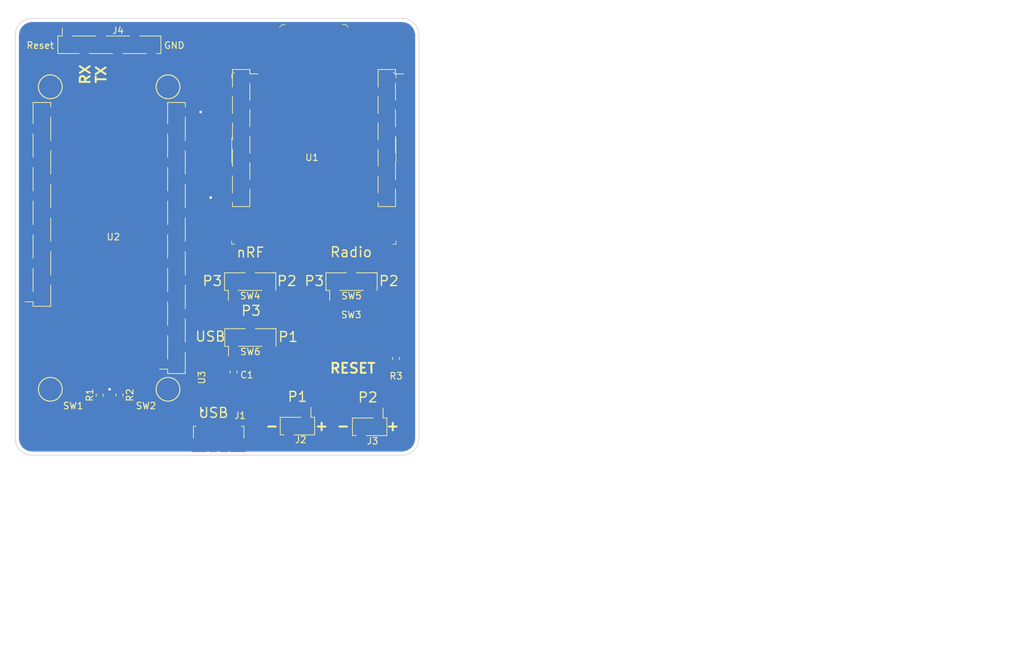
<source format=kicad_pcb>
(kicad_pcb (version 20171130) (host pcbnew "(5.0.2)-1")

  (general
    (thickness 1.6)
    (drawings 30)
    (tracks 144)
    (zones 0)
    (modules 18)
    (nets 58)
  )

  (page A4)
  (layers
    (0 F.Cu signal)
    (31 B.Cu signal)
    (32 B.Adhes user)
    (33 F.Adhes user)
    (34 B.Paste user)
    (35 F.Paste user)
    (36 B.SilkS user)
    (37 F.SilkS user)
    (38 B.Mask user)
    (39 F.Mask user)
    (40 Dwgs.User user)
    (41 Cmts.User user)
    (42 Eco1.User user)
    (43 Eco2.User user)
    (44 Edge.Cuts user)
    (45 Margin user)
    (46 B.CrtYd user)
    (47 F.CrtYd user)
    (48 B.Fab user)
    (49 F.Fab user)
  )

  (setup
    (last_trace_width 0.25)
    (trace_clearance 0.2)
    (zone_clearance 0.508)
    (zone_45_only no)
    (trace_min 0.2)
    (segment_width 0.2)
    (edge_width 0.1)
    (via_size 0.8)
    (via_drill 0.4)
    (via_min_size 0.4)
    (via_min_drill 0.3)
    (uvia_size 0.3)
    (uvia_drill 0.1)
    (uvias_allowed no)
    (uvia_min_size 0.2)
    (uvia_min_drill 0.1)
    (pcb_text_width 0.3)
    (pcb_text_size 1.5 1.5)
    (mod_edge_width 0.15)
    (mod_text_size 1 1)
    (mod_text_width 0.15)
    (pad_size 1.6 1.4)
    (pad_drill 0)
    (pad_to_mask_clearance 0)
    (solder_mask_min_width 0.25)
    (aux_axis_origin 0 0)
    (grid_origin 117.324 124.066)
    (visible_elements 7FFFFFFF)
    (pcbplotparams
      (layerselection 0x010fc_ffffffff)
      (usegerberextensions true)
      (usegerberattributes false)
      (usegerberadvancedattributes false)
      (creategerberjobfile false)
      (excludeedgelayer true)
      (linewidth 0.100000)
      (plotframeref false)
      (viasonmask false)
      (mode 1)
      (useauxorigin false)
      (hpglpennumber 1)
      (hpglpenspeed 20)
      (hpglpendiameter 15.000000)
      (psnegative false)
      (psa4output false)
      (plotreference true)
      (plotvalue true)
      (plotinvisibletext false)
      (padsonsilk false)
      (subtractmaskfromsilk false)
      (outputformat 1)
      (mirror false)
      (drillshape 0)
      (scaleselection 1)
      (outputdirectory "Export/"))
  )

  (net 0 "")
  (net 1 "Net-(U1-Pad6)")
  (net 2 "Net-(U1-Pad7)")
  (net 3 "Net-(U1-Pad8)")
  (net 4 "Net-(U1-Pad9)")
  (net 5 "Net-(U1-Pad11)")
  (net 6 "Net-(U1-Pad12)")
  (net 7 "Net-(U1-Pad13)")
  (net 8 "Net-(U1-Pad14)")
  (net 9 "Net-(U1-Pad15)")
  (net 10 "Net-(U1-Pad16)")
  (net 11 "Net-(U1-Pad17)")
  (net 12 "Net-(U1-Pad18)")
  (net 13 "Net-(U1-Pad19)")
  (net 14 "Net-(U1-Pad20)")
  (net 15 "Net-(U2-Pad27)")
  (net 16 "Net-(U2-Pad25)")
  (net 17 "Net-(U2-Pad23)")
  (net 18 "Net-(U2-Pad21)")
  (net 19 "Net-(U2-Pad19)")
  (net 20 "Net-(U2-Pad17)")
  (net 21 "Net-(U2-Pad28)")
  (net 22 "Net-(U2-Pad26)")
  (net 23 "Net-(U2-Pad24)")
  (net 24 "Net-(U2-Pad22)")
  (net 25 "Net-(U2-Pad20)")
  (net 26 "Net-(U2-Pad18)")
  (net 27 "Net-(U2-Pad9)")
  (net 28 "Net-(U2-Pad7)")
  (net 29 "Net-(U2-Pad3)")
  (net 30 "Net-(U2-Pad14)")
  (net 31 "Net-(U2-Pad10)")
  (net 32 "Net-(U2-Pad8)")
  (net 33 "Net-(J1-Pad2)")
  (net 34 "Net-(J1-Pad3)")
  (net 35 "Net-(J1-Pad4)")
  (net 36 /GND)
  (net 37 /TX)
  (net 38 /RX)
  (net 39 /RESET)
  (net 40 "Net-(J2-Pad1)")
  (net 41 "Net-(R1-Pad2)")
  (net 42 "Net-(R2-Pad2)")
  (net 43 /BTN1)
  (net 44 /BTN2)
  (net 45 /nRF_VCC)
  (net 46 /RN_VCC)
  (net 47 "Net-(C1-Pad1)")
  (net 48 "Net-(U1-Pad4)")
  (net 49 "Net-(J3-Pad1)")
  (net 50 "Net-(J4-Pad5)")
  (net 51 "Net-(J1-Pad1)")
  (net 52 "Net-(J4-Pad4)")
  (net 53 "Net-(U2-Pad15)")
  (net 54 "Net-(U2-Pad13)")
  (net 55 "Net-(R3-Pad2)")
  (net 56 "Net-(SW4-Pad1)")
  (net 57 "Net-(U3-Pad4)")

  (net_class Default "This is the default net class."
    (clearance 0.2)
    (trace_width 0.25)
    (via_dia 0.8)
    (via_drill 0.4)
    (uvia_dia 0.3)
    (uvia_drill 0.1)
    (add_net /BTN1)
    (add_net /BTN2)
    (add_net /GND)
    (add_net /RESET)
    (add_net /RN_VCC)
    (add_net /RX)
    (add_net /TX)
    (add_net /nRF_VCC)
    (add_net "Net-(C1-Pad1)")
    (add_net "Net-(J1-Pad1)")
    (add_net "Net-(J1-Pad2)")
    (add_net "Net-(J1-Pad3)")
    (add_net "Net-(J1-Pad4)")
    (add_net "Net-(J2-Pad1)")
    (add_net "Net-(J3-Pad1)")
    (add_net "Net-(J4-Pad4)")
    (add_net "Net-(J4-Pad5)")
    (add_net "Net-(R1-Pad2)")
    (add_net "Net-(R2-Pad2)")
    (add_net "Net-(R3-Pad2)")
    (add_net "Net-(SW4-Pad1)")
    (add_net "Net-(U1-Pad11)")
    (add_net "Net-(U1-Pad12)")
    (add_net "Net-(U1-Pad13)")
    (add_net "Net-(U1-Pad14)")
    (add_net "Net-(U1-Pad15)")
    (add_net "Net-(U1-Pad16)")
    (add_net "Net-(U1-Pad17)")
    (add_net "Net-(U1-Pad18)")
    (add_net "Net-(U1-Pad19)")
    (add_net "Net-(U1-Pad20)")
    (add_net "Net-(U1-Pad4)")
    (add_net "Net-(U1-Pad6)")
    (add_net "Net-(U1-Pad7)")
    (add_net "Net-(U1-Pad8)")
    (add_net "Net-(U1-Pad9)")
    (add_net "Net-(U2-Pad10)")
    (add_net "Net-(U2-Pad13)")
    (add_net "Net-(U2-Pad14)")
    (add_net "Net-(U2-Pad15)")
    (add_net "Net-(U2-Pad17)")
    (add_net "Net-(U2-Pad18)")
    (add_net "Net-(U2-Pad19)")
    (add_net "Net-(U2-Pad20)")
    (add_net "Net-(U2-Pad21)")
    (add_net "Net-(U2-Pad22)")
    (add_net "Net-(U2-Pad23)")
    (add_net "Net-(U2-Pad24)")
    (add_net "Net-(U2-Pad25)")
    (add_net "Net-(U2-Pad26)")
    (add_net "Net-(U2-Pad27)")
    (add_net "Net-(U2-Pad28)")
    (add_net "Net-(U2-Pad3)")
    (add_net "Net-(U2-Pad7)")
    (add_net "Net-(U2-Pad8)")
    (add_net "Net-(U2-Pad9)")
    (add_net "Net-(U3-Pad4)")
  )

  (module "" (layer F.Cu) (tedit 5C91F573) (tstamp 0)
    (at 106.3244 75.50912)
    (fp_text reference "" (at 130.174 96.266) (layer F.SilkS)
      (effects (font (size 1.27 1.27) (thickness 0.15)))
    )
    (fp_text value "" (at 130.174 96.266) (layer F.SilkS)
      (effects (font (size 1.27 1.27) (thickness 0.15)))
    )
    (fp_text user U1 (at 9.9864 69.72888) (layer F.SilkS) hide
      (effects (font (size 1 1) (thickness 0.15)))
    )
  )

  (module Connector_USB:USB_Micro-B_Molex_47346-0001 (layer F.Cu) (tedit 5C30B1A7) (tstamp 5C6CCC46)
    (at 115.0708 137.558)
    (descr "Micro USB B receptable with flange, bottom-mount, SMD, right-angle (http://www.molex.com/pdm_docs/sd/473460001_sd.pdf)")
    (tags "Micro B USB SMD")
    (path /5C2DE42B)
    (attr smd)
    (fp_text reference J1 (at 3.24 -3.35 180) (layer F.SilkS)
      (effects (font (size 1 1) (thickness 0.15)))
    )
    (fp_text value USB_B_Micro (at 0 4.6 180) (layer F.Fab)
      (effects (font (size 1 1) (thickness 0.15)))
    )
    (fp_text user "PCB Edge" (at 0 2.67 180) (layer Dwgs.User)
      (effects (font (size 0.4 0.4) (thickness 0.04)))
    )
    (fp_text user %R (at 0 1.2) (layer F.Fab)
      (effects (font (size 1 1) (thickness 0.15)))
    )
    (fp_line (start 3.81 -1.71) (end 3.43 -1.71) (layer F.SilkS) (width 0.12))
    (fp_line (start 4.6 3.9) (end -4.6 3.9) (layer F.CrtYd) (width 0.05))
    (fp_line (start 4.6 -2.7) (end 4.6 3.9) (layer F.CrtYd) (width 0.05))
    (fp_line (start -4.6 -2.7) (end 4.6 -2.7) (layer F.CrtYd) (width 0.05))
    (fp_line (start -4.6 3.9) (end -4.6 -2.7) (layer F.CrtYd) (width 0.05))
    (fp_line (start 3.75 3.35) (end -3.75 3.35) (layer F.Fab) (width 0.1))
    (fp_line (start 3.75 -1.65) (end 3.75 3.35) (layer F.Fab) (width 0.1))
    (fp_line (start -3.75 -1.65) (end 3.75 -1.65) (layer F.Fab) (width 0.1))
    (fp_line (start -3.75 3.35) (end -3.75 -1.65) (layer F.Fab) (width 0.1))
    (fp_line (start 3.81 2.34) (end 3.81 2.6) (layer F.SilkS) (width 0.12))
    (fp_line (start 3.81 -1.71) (end 3.81 0.06) (layer F.SilkS) (width 0.12))
    (fp_line (start -3.81 -1.71) (end -3.43 -1.71) (layer F.SilkS) (width 0.12))
    (fp_line (start -3.81 0.06) (end -3.81 -1.71) (layer F.SilkS) (width 0.12))
    (fp_line (start -3.81 2.6) (end -3.81 2.34) (layer F.SilkS) (width 0.12))
    (fp_line (start -3.25 2.65) (end 3.25 2.65) (layer F.Fab) (width 0.1))
    (pad 1 smd rect (at -1.3 -1.46) (size 0.45 1.38) (layers F.Cu F.Paste F.Mask)
      (net 51 "Net-(J1-Pad1)"))
    (pad 2 smd rect (at -0.65 -1.46) (size 0.45 1.38) (layers F.Cu F.Paste F.Mask)
      (net 33 "Net-(J1-Pad2)"))
    (pad 3 smd rect (at 0 -1.46) (size 0.45 1.38) (layers F.Cu F.Paste F.Mask)
      (net 34 "Net-(J1-Pad3)"))
    (pad 4 smd rect (at 0.65 -1.46) (size 0.45 1.38) (layers F.Cu F.Paste F.Mask)
      (net 35 "Net-(J1-Pad4)"))
    (pad 5 smd rect (at 1.3 -1.46) (size 0.45 1.38) (layers F.Cu F.Paste F.Mask)
      (net 36 /GND))
    (pad 6 smd rect (at -2.4625 -1.1) (size 1.475 2.1) (layers F.Cu F.Paste F.Mask)
      (net 36 /GND))
    (pad 6 smd rect (at 2.4625 -1.1) (size 1.475 2.1) (layers F.Cu F.Paste F.Mask)
      (net 36 /GND))
    (pad 6 smd rect (at -2.91 1.2) (size 2.375 1.9) (layers F.Cu F.Paste F.Mask)
      (net 36 /GND))
    (pad 6 smd rect (at 2.91 1.2) (size 2.375 1.9) (layers F.Cu F.Paste F.Mask)
      (net 36 /GND))
    (pad 6 smd rect (at -0.84 1.2) (size 1.175 1.9) (layers F.Cu F.Paste F.Mask)
      (net 36 /GND))
    (pad 6 smd rect (at 0.84 1.2) (size 1.175 1.9) (layers F.Cu F.Paste F.Mask)
      (net 36 /GND))
    (model ${KISYS3DMOD}/Connector_USB.3dshapes/USB_Micro-B_Molex_47346-0001.wrl
      (at (xyz 0 0 0))
      (scale (xyz 1 1 1))
      (rotate (xyz 0 0 0))
    )
  )

  (module Resistor_SMD:R_0603_1608Metric_Pad1.05x0.95mm_HandSolder (layer F.Cu) (tedit 5B301BBD) (tstamp 5C79746D)
    (at 97.1008 131.113 270)
    (descr "Resistor SMD 0603 (1608 Metric), square (rectangular) end terminal, IPC_7351 nominal with elongated pad for handsoldering. (Body size source: http://www.tortai-tech.com/upload/download/2011102023233369053.pdf), generated with kicad-footprint-generator")
    (tags "resistor handsolder")
    (path /5C922010)
    (attr smd)
    (fp_text reference R1 (at 0 1.5 270) (layer F.SilkS)
      (effects (font (size 1 1) (thickness 0.15)))
    )
    (fp_text value "R 2.2k" (at 6.745 0 270) (layer F.Fab)
      (effects (font (size 1 1) (thickness 0.15)))
    )
    (fp_text user %R (at 0.1044 0 270) (layer F.Fab)
      (effects (font (size 0.4 0.4) (thickness 0.06)))
    )
    (fp_line (start 1.65 0.73) (end -1.65 0.73) (layer F.CrtYd) (width 0.05))
    (fp_line (start 1.65 -0.73) (end 1.65 0.73) (layer F.CrtYd) (width 0.05))
    (fp_line (start -1.65 -0.73) (end 1.65 -0.73) (layer F.CrtYd) (width 0.05))
    (fp_line (start -1.65 0.73) (end -1.65 -0.73) (layer F.CrtYd) (width 0.05))
    (fp_line (start -0.171267 0.51) (end 0.171267 0.51) (layer F.SilkS) (width 0.12))
    (fp_line (start -0.171267 -0.51) (end 0.171267 -0.51) (layer F.SilkS) (width 0.12))
    (fp_line (start 0.8 0.4) (end -0.8 0.4) (layer F.Fab) (width 0.1))
    (fp_line (start 0.8 -0.4) (end 0.8 0.4) (layer F.Fab) (width 0.1))
    (fp_line (start -0.8 -0.4) (end 0.8 -0.4) (layer F.Fab) (width 0.1))
    (fp_line (start -0.8 0.4) (end -0.8 -0.4) (layer F.Fab) (width 0.1))
    (pad 2 smd roundrect (at 0.875 0 270) (size 1.05 0.95) (layers F.Cu F.Paste F.Mask) (roundrect_rratio 0.25)
      (net 41 "Net-(R1-Pad2)"))
    (pad 1 smd roundrect (at -0.875 0 270) (size 1.05 0.95) (layers F.Cu F.Paste F.Mask) (roundrect_rratio 0.25)
      (net 36 /GND))
    (model ${KISYS3DMOD}/Resistor_SMD.3dshapes/R_0603_1608Metric.wrl
      (at (xyz 0 0 0))
      (scale (xyz 1 1 1))
      (rotate (xyz 0 0 0))
    )
  )

  (module Resistor_SMD:R_0603_1608Metric_Pad1.05x0.95mm_HandSolder (layer F.Cu) (tedit 5C5B0E9E) (tstamp 5C79747E)
    (at 100.1008 131.113 270)
    (descr "Resistor SMD 0603 (1608 Metric), square (rectangular) end terminal, IPC_7351 nominal with elongated pad for handsoldering. (Body size source: http://www.tortai-tech.com/upload/download/2011102023233369053.pdf), generated with kicad-footprint-generator")
    (tags "resistor handsolder")
    (path /5C2E4968)
    (attr smd)
    (fp_text reference R2 (at 0 -1.5732 270) (layer F.SilkS)
      (effects (font (size 1 1) (thickness 0.15)))
    )
    (fp_text value "R 2.2k" (at -6.745 0 270) (layer F.Fab)
      (effects (font (size 1 1) (thickness 0.15)))
    )
    (fp_line (start -0.8 0.4) (end -0.8 -0.4) (layer F.Fab) (width 0.1))
    (fp_line (start -0.8 -0.4) (end 0.8 -0.4) (layer F.Fab) (width 0.1))
    (fp_line (start 0.8 -0.4) (end 0.8 0.4) (layer F.Fab) (width 0.1))
    (fp_line (start 0.8 0.4) (end -0.8 0.4) (layer F.Fab) (width 0.1))
    (fp_line (start -0.171267 -0.51) (end 0.171267 -0.51) (layer F.SilkS) (width 0.12))
    (fp_line (start -0.171267 0.51) (end 0.171267 0.51) (layer F.SilkS) (width 0.12))
    (fp_line (start -1.65 0.73) (end -1.65 -0.73) (layer F.CrtYd) (width 0.05))
    (fp_line (start -1.65 -0.73) (end 1.65 -0.73) (layer F.CrtYd) (width 0.05))
    (fp_line (start 1.65 -0.73) (end 1.65 0.73) (layer F.CrtYd) (width 0.05))
    (fp_line (start 1.65 0.73) (end -1.65 0.73) (layer F.CrtYd) (width 0.05))
    (fp_text user %R (at -0.3156 -1.448 270) (layer F.Fab)
      (effects (font (size 0.4 0.4) (thickness 0.06)))
    )
    (pad 1 smd roundrect (at -0.875 0 270) (size 1.05 0.95) (layers F.Cu F.Paste F.Mask) (roundrect_rratio 0.25)
      (net 36 /GND))
    (pad 2 smd roundrect (at 0.875 0 270) (size 1.05 0.95) (layers F.Cu F.Paste F.Mask) (roundrect_rratio 0.25)
      (net 42 "Net-(R2-Pad2)"))
    (model ${KISYS3DMOD}/Resistor_SMD.3dshapes/R_0603_1608Metric.wrl
      (at (xyz 0 0 0))
      (scale (xyz 1 1 1))
      (rotate (xyz 0 0 0))
    )
  )

  (module Connector_PinHeader_2.54mm:PinHeader_1x03_P2.54mm_Vertical_SMD_Pin1Left (layer F.Cu) (tedit 5C51A52E) (tstamp 5C799555)
    (at 119.834 113.966 90)
    (descr "surface-mounted straight pin header, 1x03, 2.54mm pitch, single row, style 1 (pin 1 left)")
    (tags "Surface mounted pin header SMD 1x03 2.54mm single row style1 pin1 left")
    (path /5C2E72AC)
    (attr smd)
    (fp_text reference SW4 (at -2.155 0 180) (layer F.SilkS)
      (effects (font (size 1 1) (thickness 0.15)))
    )
    (fp_text value HeaderSwitch (at 4.695 0 180) (layer F.Fab)
      (effects (font (size 1 1) (thickness 0.15)))
    )
    (fp_line (start 1.27 3.81) (end -1.27 3.81) (layer F.Fab) (width 0.1))
    (fp_line (start -0.32 -3.81) (end 1.27 -3.81) (layer F.Fab) (width 0.1))
    (fp_line (start -1.27 3.81) (end -1.27 -2.86) (layer F.Fab) (width 0.1))
    (fp_line (start -1.27 -2.86) (end -0.32 -3.81) (layer F.Fab) (width 0.1))
    (fp_line (start 1.27 -3.81) (end 1.27 3.81) (layer F.Fab) (width 0.1))
    (fp_line (start -1.27 -2.86) (end -2.54 -2.86) (layer F.Fab) (width 0.1))
    (fp_line (start -2.54 -2.86) (end -2.54 -2.22) (layer F.Fab) (width 0.1))
    (fp_line (start -2.54 -2.22) (end -1.27 -2.22) (layer F.Fab) (width 0.1))
    (fp_line (start -1.27 2.22) (end -2.54 2.22) (layer F.Fab) (width 0.1))
    (fp_line (start -2.54 2.22) (end -2.54 2.86) (layer F.Fab) (width 0.1))
    (fp_line (start -2.54 2.86) (end -1.27 2.86) (layer F.Fab) (width 0.1))
    (fp_line (start 1.27 -0.32) (end 2.54 -0.32) (layer F.Fab) (width 0.1))
    (fp_line (start 2.54 -0.32) (end 2.54 0.32) (layer F.Fab) (width 0.1))
    (fp_line (start 2.54 0.32) (end 1.27 0.32) (layer F.Fab) (width 0.1))
    (fp_line (start -1.33 -3.87) (end 1.33 -3.87) (layer F.SilkS) (width 0.12))
    (fp_line (start -1.33 3.87) (end 1.33 3.87) (layer F.SilkS) (width 0.12))
    (fp_line (start 1.33 -3.87) (end 1.33 -0.76) (layer F.SilkS) (width 0.12))
    (fp_line (start -1.33 -3.3) (end -2.85 -3.3) (layer F.SilkS) (width 0.12))
    (fp_line (start -1.33 -3.87) (end -1.33 -3.3) (layer F.SilkS) (width 0.12))
    (fp_line (start 1.33 3.3) (end 1.33 3.87) (layer F.SilkS) (width 0.12))
    (fp_line (start 1.33 0.76) (end 1.33 3.87) (layer F.SilkS) (width 0.12))
    (fp_line (start -1.33 -1.78) (end -1.33 1.78) (layer F.SilkS) (width 0.12))
    (fp_line (start -3.45 -4.35) (end -3.45 4.35) (layer F.CrtYd) (width 0.05))
    (fp_line (start -3.45 4.35) (end 3.45 4.35) (layer F.CrtYd) (width 0.05))
    (fp_line (start 3.45 4.35) (end 3.45 -4.35) (layer F.CrtYd) (width 0.05))
    (fp_line (start 3.45 -4.35) (end -3.45 -4.35) (layer F.CrtYd) (width 0.05))
    (fp_text user %R (at 0 0 180) (layer F.Fab)
      (effects (font (size 1 1) (thickness 0.15)))
    )
    (pad 1 smd rect (at -1.655 -2.54 90) (size 2.51 1) (layers F.Cu F.Paste F.Mask)
      (net 56 "Net-(SW4-Pad1)"))
    (pad 3 smd rect (at -1.655 2.54 90) (size 2.51 1) (layers F.Cu F.Paste F.Mask)
      (net 49 "Net-(J3-Pad1)"))
    (pad 2 smd rect (at 1.655 0 90) (size 2.51 1) (layers F.Cu F.Paste F.Mask)
      (net 45 /nRF_VCC))
    (model ${KISYS3DMOD}/Connector_PinHeader_2.54mm.3dshapes/PinHeader_1x03_P2.54mm_Vertical_SMD_Pin1Left.wrl
      (at (xyz 0 0 0))
      (scale (xyz 1 1 1))
      (rotate (xyz 0 0 0))
    )
  )

  (module Connector_PinHeader_2.54mm:PinHeader_1x03_P2.54mm_Vertical_SMD_Pin1Left (layer F.Cu) (tedit 5C51A533) (tstamp 5C7995B8)
    (at 135.1488 113.966 90)
    (descr "surface-mounted straight pin header, 1x03, 2.54mm pitch, single row, style 1 (pin 1 left)")
    (tags "Surface mounted pin header SMD 1x03 2.54mm single row style1 pin1 left")
    (path /5C2E7328)
    (attr smd)
    (fp_text reference SW5 (at -2.155 0 180) (layer F.SilkS)
      (effects (font (size 1 1) (thickness 0.15)))
    )
    (fp_text value HeaderSwitch (at 4.695 0 180) (layer F.Fab)
      (effects (font (size 1 1) (thickness 0.15)))
    )
    (fp_text user %R (at 0 0 180) (layer F.Fab)
      (effects (font (size 1 1) (thickness 0.15)))
    )
    (fp_line (start 3.45 -4.35) (end -3.45 -4.35) (layer F.CrtYd) (width 0.05))
    (fp_line (start 3.45 4.35) (end 3.45 -4.35) (layer F.CrtYd) (width 0.05))
    (fp_line (start -3.45 4.35) (end 3.45 4.35) (layer F.CrtYd) (width 0.05))
    (fp_line (start -3.45 -4.35) (end -3.45 4.35) (layer F.CrtYd) (width 0.05))
    (fp_line (start -1.33 -1.78) (end -1.33 1.78) (layer F.SilkS) (width 0.12))
    (fp_line (start 1.33 0.76) (end 1.33 3.87) (layer F.SilkS) (width 0.12))
    (fp_line (start 1.33 3.3) (end 1.33 3.87) (layer F.SilkS) (width 0.12))
    (fp_line (start -1.33 -3.87) (end -1.33 -3.3) (layer F.SilkS) (width 0.12))
    (fp_line (start -1.33 -3.3) (end -2.85 -3.3) (layer F.SilkS) (width 0.12))
    (fp_line (start 1.33 -3.87) (end 1.33 -0.76) (layer F.SilkS) (width 0.12))
    (fp_line (start -1.33 3.87) (end 1.33 3.87) (layer F.SilkS) (width 0.12))
    (fp_line (start -1.33 -3.87) (end 1.33 -3.87) (layer F.SilkS) (width 0.12))
    (fp_line (start 2.54 0.32) (end 1.27 0.32) (layer F.Fab) (width 0.1))
    (fp_line (start 2.54 -0.32) (end 2.54 0.32) (layer F.Fab) (width 0.1))
    (fp_line (start 1.27 -0.32) (end 2.54 -0.32) (layer F.Fab) (width 0.1))
    (fp_line (start -2.54 2.86) (end -1.27 2.86) (layer F.Fab) (width 0.1))
    (fp_line (start -2.54 2.22) (end -2.54 2.86) (layer F.Fab) (width 0.1))
    (fp_line (start -1.27 2.22) (end -2.54 2.22) (layer F.Fab) (width 0.1))
    (fp_line (start -2.54 -2.22) (end -1.27 -2.22) (layer F.Fab) (width 0.1))
    (fp_line (start -2.54 -2.86) (end -2.54 -2.22) (layer F.Fab) (width 0.1))
    (fp_line (start -1.27 -2.86) (end -2.54 -2.86) (layer F.Fab) (width 0.1))
    (fp_line (start 1.27 -3.81) (end 1.27 3.81) (layer F.Fab) (width 0.1))
    (fp_line (start -1.27 -2.86) (end -0.32 -3.81) (layer F.Fab) (width 0.1))
    (fp_line (start -1.27 3.81) (end -1.27 -2.86) (layer F.Fab) (width 0.1))
    (fp_line (start -0.32 -3.81) (end 1.27 -3.81) (layer F.Fab) (width 0.1))
    (fp_line (start 1.27 3.81) (end -1.27 3.81) (layer F.Fab) (width 0.1))
    (pad 2 smd rect (at 1.655 0 90) (size 2.51 1) (layers F.Cu F.Paste F.Mask)
      (net 46 /RN_VCC))
    (pad 3 smd rect (at -1.655 2.54 90) (size 2.51 1) (layers F.Cu F.Paste F.Mask)
      (net 49 "Net-(J3-Pad1)"))
    (pad 1 smd rect (at -1.655 -2.54 90) (size 2.51 1) (layers F.Cu F.Paste F.Mask)
      (net 56 "Net-(SW4-Pad1)"))
    (model ${KISYS3DMOD}/Connector_PinHeader_2.54mm.3dshapes/PinHeader_1x03_P2.54mm_Vertical_SMD_Pin1Left.wrl
      (at (xyz 0 0 0))
      (scale (xyz 1 1 1))
      (rotate (xyz 0 0 0))
    )
  )

  (module Capacitor_SMD:C_0603_1608Metric_Pad1.05x0.95mm_HandSolder (layer F.Cu) (tedit 5B301BBE) (tstamp 5CAB61E5)
    (at 117.324 127.637 270)
    (descr "Capacitor SMD 0603 (1608 Metric), square (rectangular) end terminal, IPC_7351 nominal with elongated pad for handsoldering. (Body size source: http://www.tortai-tech.com/upload/download/2011102023233369053.pdf), generated with kicad-footprint-generator")
    (tags "capacitor handsolder")
    (path /5C2F316C)
    (attr smd)
    (fp_text reference C1 (at 0.429 -2) (layer F.SilkS)
      (effects (font (size 1 1) (thickness 0.15)))
    )
    (fp_text value "Ceramic 2.2uF Cap." (at -1.875 9 270) (layer F.Fab)
      (effects (font (size 1 1) (thickness 0.15)))
    )
    (fp_line (start -0.8 0.4) (end -0.8 -0.4) (layer F.Fab) (width 0.1))
    (fp_line (start -0.8 -0.4) (end 0.8 -0.4) (layer F.Fab) (width 0.1))
    (fp_line (start 0.8 -0.4) (end 0.8 0.4) (layer F.Fab) (width 0.1))
    (fp_line (start 0.8 0.4) (end -0.8 0.4) (layer F.Fab) (width 0.1))
    (fp_line (start -0.171267 -0.51) (end 0.171267 -0.51) (layer F.SilkS) (width 0.12))
    (fp_line (start -0.171267 0.51) (end 0.171267 0.51) (layer F.SilkS) (width 0.12))
    (fp_line (start -1.65 0.73) (end -1.65 -0.73) (layer F.CrtYd) (width 0.05))
    (fp_line (start -1.65 -0.73) (end 1.65 -0.73) (layer F.CrtYd) (width 0.05))
    (fp_line (start 1.65 -0.73) (end 1.65 0.73) (layer F.CrtYd) (width 0.05))
    (fp_line (start 1.65 0.73) (end -1.65 0.73) (layer F.CrtYd) (width 0.05))
    (fp_text user %R (at 0 0 270) (layer F.Fab)
      (effects (font (size 0.4 0.4) (thickness 0.06)))
    )
    (pad 1 smd roundrect (at -0.875 0 270) (size 1.05 0.95) (layers F.Cu F.Paste F.Mask) (roundrect_rratio 0.25)
      (net 47 "Net-(C1-Pad1)"))
    (pad 2 smd roundrect (at 0.875 0 270) (size 1.05 0.95) (layers F.Cu F.Paste F.Mask) (roundrect_rratio 0.25)
      (net 36 /GND))
    (model ${KISYS3DMOD}/Capacitor_SMD.3dshapes/C_0603_1608Metric.wrl
      (at (xyz 0 0 0))
      (scale (xyz 1 1 1))
      (rotate (xyz 0 0 0))
    )
  )

  (module my_xBee:XBEE_PRO-20_THT_SMD_Socket (layer F.Cu) (tedit 5C1CF535) (tstamp 5C5E4C0E)
    (at 129.474 95.266)
    (path /5C1CE44C)
    (fp_text reference U1 (at -0.3032 -0.058) (layer F.SilkS)
      (effects (font (size 1 1) (thickness 0.15)))
    )
    (fp_text value xBeeSheild (at 0.7768 12.202) (layer F.Fab)
      (effects (font (size 1 1) (thickness 0.15)))
    )
    (fp_line (start 9.69 -13.36) (end 12.31 -13.36) (layer F.SilkS) (width 0.12))
    (fp_line (start 12.31 -13.36) (end 12.31 -12.71) (layer F.SilkS) (width 0.12))
    (fp_line (start 12.31 -11.29) (end 12.31 -8.71) (layer F.SilkS) (width 0.12))
    (fp_line (start 12.31 -7.29) (end 12.31 -4.71) (layer F.SilkS) (width 0.12))
    (fp_line (start 12.31 -3.29) (end 12.31 -0.71) (layer F.SilkS) (width 0.12))
    (fp_line (start 12.31 0.71) (end 12.31 3.29) (layer F.SilkS) (width 0.12))
    (fp_line (start 12.31 4.71) (end 12.31 7.36) (layer F.SilkS) (width 0.12))
    (fp_line (start 9.69 7.36) (end 12.31 7.36) (layer F.SilkS) (width 0.12))
    (fp_line (start 9.69 -13.36) (end 9.69 -10.71) (layer F.SilkS) (width 0.12))
    (fp_line (start 9.69 -9.29) (end 9.69 -6.71) (layer F.SilkS) (width 0.12))
    (fp_line (start 9.69 -5.29) (end 9.69 -2.71) (layer F.SilkS) (width 0.12))
    (fp_line (start 9.69 -1.29) (end 9.69 1.29) (layer F.SilkS) (width 0.12))
    (fp_line (start 9.69 2.71) (end 9.69 5.29) (layer F.SilkS) (width 0.12))
    (fp_line (start 9.69 6.71) (end 9.69 7.36) (layer F.SilkS) (width 0.12))
    (fp_line (start 12.31 -12.71) (end 13.54 -12.71) (layer F.SilkS) (width 0.12))
    (fp_line (start 9.75 -13.3) (end 11.625 -13.3) (layer F.Fab) (width 0.1))
    (fp_line (start 11.625 -13.3) (end 12.25 -12.675) (layer F.Fab) (width 0.1))
    (fp_line (start 12.25 -12.675) (end 12.25 7.3) (layer F.Fab) (width 0.1))
    (fp_line (start 12.25 7.3) (end 9.75 7.3) (layer F.Fab) (width 0.1))
    (fp_line (start 9.75 7.3) (end 9.75 -13.3) (layer F.Fab) (width 0.1))
    (fp_line (start 12.25 -12.25) (end 13.1 -12.25) (layer F.Fab) (width 0.1))
    (fp_line (start 13.1 -12.25) (end 13.1 -11.75) (layer F.Fab) (width 0.1))
    (fp_line (start 13.1 -11.75) (end 12.25 -11.75) (layer F.Fab) (width 0.1))
    (fp_line (start 8.9 -10.25) (end 9.75 -10.25) (layer F.Fab) (width 0.1))
    (fp_line (start 9.75 -9.75) (end 8.9 -9.75) (layer F.Fab) (width 0.1))
    (fp_line (start 8.9 -9.75) (end 8.9 -10.25) (layer F.Fab) (width 0.1))
    (fp_line (start 12.25 -8.25) (end 13.1 -8.25) (layer F.Fab) (width 0.1))
    (fp_line (start 13.1 -8.25) (end 13.1 -7.75) (layer F.Fab) (width 0.1))
    (fp_line (start 13.1 -7.75) (end 12.25 -7.75) (layer F.Fab) (width 0.1))
    (fp_line (start 8.9 -6.25) (end 9.75 -6.25) (layer F.Fab) (width 0.1))
    (fp_line (start 9.75 -5.75) (end 8.9 -5.75) (layer F.Fab) (width 0.1))
    (fp_line (start 8.9 -5.75) (end 8.9 -6.25) (layer F.Fab) (width 0.1))
    (fp_line (start 12.25 -4.25) (end 13.1 -4.25) (layer F.Fab) (width 0.1))
    (fp_line (start 13.1 -4.25) (end 13.1 -3.75) (layer F.Fab) (width 0.1))
    (fp_line (start 13.1 -3.75) (end 12.25 -3.75) (layer F.Fab) (width 0.1))
    (fp_line (start 8.9 -2.25) (end 9.75 -2.25) (layer F.Fab) (width 0.1))
    (fp_line (start 9.75 -1.75) (end 8.9 -1.75) (layer F.Fab) (width 0.1))
    (fp_line (start 8.9 -1.75) (end 8.9 -2.25) (layer F.Fab) (width 0.1))
    (fp_line (start 12.25 -0.25) (end 13.1 -0.25) (layer F.Fab) (width 0.1))
    (fp_line (start 13.1 -0.25) (end 13.1 0.25) (layer F.Fab) (width 0.1))
    (fp_line (start 13.1 0.25) (end 12.25 0.25) (layer F.Fab) (width 0.1))
    (fp_line (start 8.9 1.75) (end 9.75 1.75) (layer F.Fab) (width 0.1))
    (fp_line (start 9.75 2.25) (end 8.9 2.25) (layer F.Fab) (width 0.1))
    (fp_line (start 8.9 2.25) (end 8.9 1.75) (layer F.Fab) (width 0.1))
    (fp_line (start 12.25 3.75) (end 13.1 3.75) (layer F.Fab) (width 0.1))
    (fp_line (start 13.1 3.75) (end 13.1 4.25) (layer F.Fab) (width 0.1))
    (fp_line (start 13.1 4.25) (end 12.25 4.25) (layer F.Fab) (width 0.1))
    (fp_line (start 8.9 5.75) (end 9.75 5.75) (layer F.Fab) (width 0.1))
    (fp_line (start 9.75 6.25) (end 8.9 6.25) (layer F.Fab) (width 0.1))
    (fp_line (start 8.9 6.25) (end 8.9 5.75) (layer F.Fab) (width 0.1))
    (fp_line (start 7.9 -13.8) (end 14.1 -13.8) (layer F.CrtYd) (width 0.05))
    (fp_line (start 14.1 -13.8) (end 14.1 7.8) (layer F.CrtYd) (width 0.05))
    (fp_line (start 14.1 7.8) (end 7.9 7.8) (layer F.CrtYd) (width 0.05))
    (fp_line (start 7.9 7.8) (end 7.9 -13.8) (layer F.CrtYd) (width 0.05))
    (fp_line (start -12.31 -13.36) (end -9.69 -13.36) (layer F.SilkS) (width 0.12))
    (fp_line (start -9.69 -13.36) (end -9.69 -12.71) (layer F.SilkS) (width 0.12))
    (fp_line (start -9.69 -11.29) (end -9.69 -8.71) (layer F.SilkS) (width 0.12))
    (fp_line (start -9.69 -7.29) (end -9.69 -4.71) (layer F.SilkS) (width 0.12))
    (fp_line (start -9.69 -3.29) (end -9.69 -0.71) (layer F.SilkS) (width 0.12))
    (fp_line (start -9.69 0.71) (end -9.69 3.29) (layer F.SilkS) (width 0.12))
    (fp_line (start -9.69 4.71) (end -9.69 7.36) (layer F.SilkS) (width 0.12))
    (fp_line (start -12.31 7.36) (end -9.69 7.36) (layer F.SilkS) (width 0.12))
    (fp_line (start -12.31 -13.36) (end -12.31 -10.71) (layer F.SilkS) (width 0.12))
    (fp_line (start -12.31 -9.29) (end -12.31 -6.71) (layer F.SilkS) (width 0.12))
    (fp_line (start -12.31 -5.29) (end -12.31 -2.71) (layer F.SilkS) (width 0.12))
    (fp_line (start -12.31 -1.29) (end -12.31 1.29) (layer F.SilkS) (width 0.12))
    (fp_line (start -12.31 2.71) (end -12.31 5.29) (layer F.SilkS) (width 0.12))
    (fp_line (start -12.31 6.71) (end -12.31 7.36) (layer F.SilkS) (width 0.12))
    (fp_line (start -9.69 -12.71) (end -8.46 -12.71) (layer F.SilkS) (width 0.12))
    (fp_line (start -12.25 -13.3) (end -10.375 -13.3) (layer F.Fab) (width 0.1))
    (fp_line (start -10.375 -13.3) (end -9.75 -12.675) (layer F.Fab) (width 0.1))
    (fp_line (start -9.75 -12.675) (end -9.75 7.3) (layer F.Fab) (width 0.1))
    (fp_line (start -9.75 7.3) (end -12.25 7.3) (layer F.Fab) (width 0.1))
    (fp_line (start -12.25 7.3) (end -12.25 -13.3) (layer F.Fab) (width 0.1))
    (fp_line (start -9.75 -12.25) (end -8.9 -12.25) (layer F.Fab) (width 0.1))
    (fp_line (start -8.9 -12.25) (end -8.9 -11.75) (layer F.Fab) (width 0.1))
    (fp_line (start -8.9 -11.75) (end -9.75 -11.75) (layer F.Fab) (width 0.1))
    (fp_line (start -13.1 -10.25) (end -12.25 -10.25) (layer F.Fab) (width 0.1))
    (fp_line (start -12.25 -9.75) (end -13.1 -9.75) (layer F.Fab) (width 0.1))
    (fp_line (start -13.1 -9.75) (end -13.1 -10.25) (layer F.Fab) (width 0.1))
    (fp_line (start -9.75 -8.25) (end -8.9 -8.25) (layer F.Fab) (width 0.1))
    (fp_line (start -8.9 -8.25) (end -8.9 -7.75) (layer F.Fab) (width 0.1))
    (fp_line (start -8.9 -7.75) (end -9.75 -7.75) (layer F.Fab) (width 0.1))
    (fp_line (start -13.1 -6.25) (end -12.25 -6.25) (layer F.Fab) (width 0.1))
    (fp_line (start -12.25 -5.75) (end -13.1 -5.75) (layer F.Fab) (width 0.1))
    (fp_line (start -13.1 -5.75) (end -13.1 -6.25) (layer F.Fab) (width 0.1))
    (fp_line (start -9.75 -4.25) (end -8.9 -4.25) (layer F.Fab) (width 0.1))
    (fp_line (start -8.9 -4.25) (end -8.9 -3.75) (layer F.Fab) (width 0.1))
    (fp_line (start -8.9 -3.75) (end -9.75 -3.75) (layer F.Fab) (width 0.1))
    (fp_line (start -13.1 -2.25) (end -12.25 -2.25) (layer F.Fab) (width 0.1))
    (fp_line (start -12.25 -1.75) (end -13.1 -1.75) (layer F.Fab) (width 0.1))
    (fp_line (start -13.1 -1.75) (end -13.1 -2.25) (layer F.Fab) (width 0.1))
    (fp_line (start -9.75 -0.25) (end -8.9 -0.25) (layer F.Fab) (width 0.1))
    (fp_line (start -8.9 -0.25) (end -8.9 0.25) (layer F.Fab) (width 0.1))
    (fp_line (start -8.9 0.25) (end -9.75 0.25) (layer F.Fab) (width 0.1))
    (fp_line (start -13.1 1.75) (end -12.25 1.75) (layer F.Fab) (width 0.1))
    (fp_line (start -12.25 2.25) (end -13.1 2.25) (layer F.Fab) (width 0.1))
    (fp_line (start -13.1 2.25) (end -13.1 1.75) (layer F.Fab) (width 0.1))
    (fp_line (start -9.75 3.75) (end -8.9 3.75) (layer F.Fab) (width 0.1))
    (fp_line (start -8.9 3.75) (end -8.9 4.25) (layer F.Fab) (width 0.1))
    (fp_line (start -8.9 4.25) (end -9.75 4.25) (layer F.Fab) (width 0.1))
    (fp_line (start -13.1 5.75) (end -12.25 5.75) (layer F.Fab) (width 0.1))
    (fp_line (start -12.25 6.25) (end -13.1 6.25) (layer F.Fab) (width 0.1))
    (fp_line (start -13.1 6.25) (end -13.1 5.75) (layer F.Fab) (width 0.1))
    (fp_line (start -14.1 -13.8) (end -7.9 -13.8) (layer F.CrtYd) (width 0.05))
    (fp_line (start -7.9 -13.8) (end -7.9 7.8) (layer F.CrtYd) (width 0.05))
    (fp_line (start -7.9 7.8) (end -14.1 7.8) (layer F.CrtYd) (width 0.05))
    (fp_line (start -14.1 7.8) (end -14.1 -13.8) (layer F.CrtYd) (width 0.05))
    (fp_line (start -12.27 -12.55) (end -12.27 12.95) (layer F.Fab) (width 0.1))
    (fp_line (start 12.23 -12.55) (end 12.23 12.95) (layer F.Fab) (width 0.1))
    (fp_line (start -12.27 12.95) (end 12.23 12.95) (layer F.Fab) (width 0.1))
    (fp_line (start -4.77 -20.05) (end 4.73 -20.05) (layer F.Fab) (width 0.1))
    (fp_line (start 4.73 -20.05) (end 12.23 -12.55) (layer F.Fab) (width 0.1))
    (fp_line (start -12.27 -12.55) (end -4.77 -20.05) (layer F.Fab) (width 0.1))
    (fp_line (start 12.38 13.05) (end 11.88 13.05) (layer F.SilkS) (width 0.1))
    (fp_line (start 12.38 13.05) (end 12.38 12.55) (layer F.SilkS) (width 0.1))
    (fp_line (start -12.42 13.05) (end -11.92 13.05) (layer F.SilkS) (width 0.1))
    (fp_line (start -12.42 13.05) (end -12.42 12.55) (layer F.SilkS) (width 0.1))
    (fp_line (start -12.42 -12.55) (end -12.42 -12.05) (layer F.SilkS) (width 0.1))
    (fp_line (start -12.42 -12.55) (end -12.02 -12.95) (layer F.SilkS) (width 0.1))
    (fp_line (start 12.38 -12.55) (end 11.98 -12.95) (layer F.SilkS) (width 0.1))
    (fp_line (start 12.38 -12.55) (end 12.38 -12.05) (layer F.SilkS) (width 0.1))
    (fp_line (start -4.82 -20.15) (end -5.22 -19.75) (layer F.SilkS) (width 0.1))
    (fp_line (start -4.82 -20.15) (end -4.32 -20.15) (layer F.SilkS) (width 0.1))
    (fp_line (start 4.78 -20.15) (end 4.28 -20.15) (layer F.SilkS) (width 0.1))
    (fp_line (start 4.78 -20.15) (end 5.18 -19.75) (layer F.SilkS) (width 0.1))
    (fp_line (start -12.42 -3.05) (end -12.42 0.75) (layer F.SilkS) (width 0.1))
    (fp_line (start 12.38 -3.05) (end 12.38 0.75) (layer F.SilkS) (width 0.1))
    (fp_line (start -12.52 -20.3) (end -12.52 13.2) (layer F.CrtYd) (width 0.05))
    (fp_line (start 12.48 -20.3) (end 12.48 13.2) (layer F.CrtYd) (width 0.05))
    (fp_line (start -12.52 13.2) (end 12.48 13.2) (layer F.CrtYd) (width 0.05))
    (fp_line (start -12.52 -20.3) (end 12.48 -20.3) (layer F.CrtYd) (width 0.05))
    (fp_text user %R (at -0.02 -3.05) (layer F.Fab)
      (effects (font (size 1 1) (thickness 0.15)))
    )
    (pad 19 smd rect (at 9.4 -10) (size 2 0.9) (layers F.Cu F.Paste F.Mask)
      (net 13 "Net-(U1-Pad19)"))
    (pad 17 smd rect (at 9.4 -6) (size 2 0.9) (layers F.Cu F.Paste F.Mask)
      (net 11 "Net-(U1-Pad17)"))
    (pad 15 smd rect (at 9.4 -2) (size 2 0.9) (layers F.Cu F.Paste F.Mask)
      (net 9 "Net-(U1-Pad15)"))
    (pad 13 smd rect (at 9.4 2) (size 2 0.9) (layers F.Cu F.Paste F.Mask)
      (net 7 "Net-(U1-Pad13)"))
    (pad 11 smd rect (at 9.4 6) (size 2 0.9) (layers F.Cu F.Paste F.Mask)
      (net 5 "Net-(U1-Pad11)"))
    (pad 20 smd rect (at 12.6 -12) (size 2 0.9) (layers F.Cu F.Paste F.Mask)
      (net 14 "Net-(U1-Pad20)"))
    (pad 18 smd rect (at 12.6 -8) (size 2 0.9) (layers F.Cu F.Paste F.Mask)
      (net 12 "Net-(U1-Pad18)"))
    (pad 16 smd rect (at 12.6 -4) (size 2 0.9) (layers F.Cu F.Paste F.Mask)
      (net 10 "Net-(U1-Pad16)"))
    (pad 14 smd rect (at 12.6 0) (size 2 0.9) (layers F.Cu F.Paste F.Mask)
      (net 8 "Net-(U1-Pad14)"))
    (pad 12 smd rect (at 12.6 4) (size 2 0.9) (layers F.Cu F.Paste F.Mask)
      (net 6 "Net-(U1-Pad12)"))
    (pad 2 smd rect (at -12.6 -10) (size 2 0.9) (layers F.Cu F.Paste F.Mask)
      (net 37 /TX))
    (pad 4 smd rect (at -12.6 -6) (size 2 0.9) (layers F.Cu F.Paste F.Mask)
      (net 48 "Net-(U1-Pad4)"))
    (pad 6 smd rect (at -12.6 -2) (size 2 0.9) (layers F.Cu F.Paste F.Mask)
      (net 1 "Net-(U1-Pad6)"))
    (pad 8 smd rect (at -12.6 2) (size 2 0.9) (layers F.Cu F.Paste F.Mask)
      (net 3 "Net-(U1-Pad8)"))
    (pad 10 smd rect (at -12.6 6) (size 2 0.9) (layers F.Cu F.Paste F.Mask)
      (net 36 /GND))
    (pad 1 smd rect (at -9.4 -12) (size 2 0.9) (layers F.Cu F.Paste F.Mask)
      (net 46 /RN_VCC))
    (pad 3 smd rect (at -9.4 -8) (size 2 0.9) (layers F.Cu F.Paste F.Mask)
      (net 38 /RX))
    (pad 5 smd rect (at -9.4 -4) (size 2 0.9) (layers F.Cu F.Paste F.Mask)
      (net 39 /RESET))
    (pad 7 smd rect (at -9.4 0) (size 2 0.9) (layers F.Cu F.Paste F.Mask)
      (net 2 "Net-(U1-Pad7)"))
    (pad 9 smd rect (at -9.4 4) (size 2 0.9) (layers F.Cu F.Paste F.Mask)
      (net 4 "Net-(U1-Pad9)"))
    (model ${KISYS3DMOD}/Connector_PinSocket_2.00mm.3dshapes/PinSocket_1x10_P2.00mm_Vertical_SMD_Pin1Right.wrl
      (offset (xyz 10.92199983596802 3.047999954223633 0))
      (scale (xyz 1 1 1))
      (rotate (xyz 0 0 0))
    )
    (model ${KISYS3DMOD}/Connector_PinSocket_2.00mm.3dshapes/PinSocket_1x10_P2.00mm_Vertical_SMD_Pin1Right.wrl
      (offset (xyz -10.92199983596802 3.047999954223633 0))
      (scale (xyz 1 1 1))
      (rotate (xyz 0 0 0))
    )
  )

  (module my_FeatherWing:PCB_FeatherWing_SMD_Socket (layer F.Cu) (tedit 5C91F57F) (tstamp 5C5E4CC8)
    (at 99.022868 107.378 90)
    (path /5C2E37D1)
    (fp_text reference U2 (at 0 0.5174 90) (layer F.Fab)
      (effects (font (size 0.6 0.6) (thickness 0.1)))
    )
    (fp_text value nRF52_BMD-300_Featherwing_breakout (at 0 -0.4826 270) (layer F.Fab)
      (effects (font (size 0.6 0.5) (thickness 0.1)))
    )
    (fp_text user %R (at 17.78 8.4074 270) (layer Eco1.User)
      (effects (font (size 0.3 0.3) (thickness 0.03)))
    )
    (fp_arc (start -22.86 -9.3726) (end -25.4 -9.3726) (angle 90) (layer Dwgs.User) (width 0.05))
    (fp_arc (start -22.86 8.4074) (end -22.86 10.9474) (angle 90) (layer Dwgs.User) (width 0.05))
    (fp_arc (start 22.86 8.4074) (end 22.86 10.9474) (angle -88.9) (layer Dwgs.User) (width 0.05))
    (fp_arc (start 22.86 -9.3726) (end 22.86 -11.9126) (angle 90) (layer Dwgs.User) (width 0.05))
    (fp_line (start -25.4 -9.3726) (end -25.4 8.4074) (layer Dwgs.User) (width 0.05))
    (fp_line (start -22.86 10.9474) (end 22.86 10.9474) (layer Dwgs.User) (width 0.05))
    (fp_line (start 25.4 8.4074) (end 25.4 -9.3726) (layer Dwgs.User) (width 0.05))
    (fp_line (start 22.86 -11.9126) (end -22.86 -11.9126) (layer Dwgs.User) (width 0.05))
    (fp_line (start 20.93193 -7.538336) (end -10.76807 -7.538336) (layer F.CrtYd) (width 0.05))
    (fp_line (start 20.93193 -13.738336) (end 20.93193 -7.538336) (layer F.CrtYd) (width 0.05))
    (fp_line (start -10.76807 -13.738336) (end 20.93193 -13.738336) (layer F.CrtYd) (width 0.05))
    (fp_line (start -10.76807 -7.538336) (end -10.76807 -13.738336) (layer F.CrtYd) (width 0.05))
    (fp_line (start 19.35193 -8.368336) (end 18.75193 -8.368336) (layer F.Fab) (width 0.1))
    (fp_line (start 19.35193 -9.368336) (end 19.35193 -8.368336) (layer F.Fab) (width 0.1))
    (fp_line (start 18.75193 -8.368336) (end 18.75193 -9.368336) (layer F.Fab) (width 0.1))
    (fp_line (start 16.81193 -12.908336) (end 16.81193 -11.908336) (layer F.Fab) (width 0.1))
    (fp_line (start 16.21193 -12.908336) (end 16.81193 -12.908336) (layer F.Fab) (width 0.1))
    (fp_line (start 16.21193 -11.908336) (end 16.21193 -12.908336) (layer F.Fab) (width 0.1))
    (fp_line (start 14.27193 -8.368336) (end 13.67193 -8.368336) (layer F.Fab) (width 0.1))
    (fp_line (start 14.27193 -9.368336) (end 14.27193 -8.368336) (layer F.Fab) (width 0.1))
    (fp_line (start 13.67193 -8.368336) (end 13.67193 -9.368336) (layer F.Fab) (width 0.1))
    (fp_line (start 11.73193 -12.908336) (end 11.73193 -11.908336) (layer F.Fab) (width 0.1))
    (fp_line (start 11.13193 -12.908336) (end 11.73193 -12.908336) (layer F.Fab) (width 0.1))
    (fp_line (start 11.13193 -11.908336) (end 11.13193 -12.908336) (layer F.Fab) (width 0.1))
    (fp_line (start 9.19193 -8.368336) (end 8.59193 -8.368336) (layer F.Fab) (width 0.1))
    (fp_line (start 9.19193 -9.368336) (end 9.19193 -8.368336) (layer F.Fab) (width 0.1))
    (fp_line (start 8.59193 -8.368336) (end 8.59193 -9.368336) (layer F.Fab) (width 0.1))
    (fp_line (start 6.65193 -12.908336) (end 6.65193 -11.908336) (layer F.Fab) (width 0.1))
    (fp_line (start 6.05193 -12.908336) (end 6.65193 -12.908336) (layer F.Fab) (width 0.1))
    (fp_line (start 6.05193 -11.908336) (end 6.05193 -12.908336) (layer F.Fab) (width 0.1))
    (fp_line (start 4.11193 -8.368336) (end 3.51193 -8.368336) (layer F.Fab) (width 0.1))
    (fp_line (start 4.11193 -9.368336) (end 4.11193 -8.368336) (layer F.Fab) (width 0.1))
    (fp_line (start 3.51193 -8.368336) (end 3.51193 -9.368336) (layer F.Fab) (width 0.1))
    (fp_line (start 1.57193 -12.908336) (end 1.57193 -11.908336) (layer F.Fab) (width 0.1))
    (fp_line (start 0.97193 -12.908336) (end 1.57193 -12.908336) (layer F.Fab) (width 0.1))
    (fp_line (start 0.97193 -11.908336) (end 0.97193 -12.908336) (layer F.Fab) (width 0.1))
    (fp_line (start -0.96807 -8.368336) (end -1.56807 -8.368336) (layer F.Fab) (width 0.1))
    (fp_line (start -0.96807 -9.368336) (end -0.96807 -8.368336) (layer F.Fab) (width 0.1))
    (fp_line (start -1.56807 -8.368336) (end -1.56807 -9.368336) (layer F.Fab) (width 0.1))
    (fp_line (start -3.50807 -12.908336) (end -3.50807 -11.908336) (layer F.Fab) (width 0.1))
    (fp_line (start -4.10807 -12.908336) (end -3.50807 -12.908336) (layer F.Fab) (width 0.1))
    (fp_line (start -4.10807 -11.908336) (end -4.10807 -12.908336) (layer F.Fab) (width 0.1))
    (fp_line (start -6.04807 -8.368336) (end -6.64807 -8.368336) (layer F.Fab) (width 0.1))
    (fp_line (start -6.04807 -9.368336) (end -6.04807 -8.368336) (layer F.Fab) (width 0.1))
    (fp_line (start -6.64807 -8.368336) (end -6.64807 -9.368336) (layer F.Fab) (width 0.1))
    (fp_line (start -8.58807 -12.908336) (end -8.58807 -11.908336) (layer F.Fab) (width 0.1))
    (fp_line (start -9.18807 -12.908336) (end -8.58807 -12.908336) (layer F.Fab) (width 0.1))
    (fp_line (start -9.18807 -11.908336) (end -9.18807 -12.908336) (layer F.Fab) (width 0.1))
    (fp_line (start 20.42193 -9.368336) (end -10.25807 -9.368336) (layer F.Fab) (width 0.1))
    (fp_line (start 20.42193 -11.908336) (end 20.42193 -9.368336) (layer F.Fab) (width 0.1))
    (fp_line (start -9.62307 -11.908336) (end 20.42193 -11.908336) (layer F.Fab) (width 0.1))
    (fp_line (start -10.25807 -11.273336) (end -9.62307 -11.908336) (layer F.Fab) (width 0.1))
    (fp_line (start -10.25807 -9.368336) (end -10.25807 -11.273336) (layer F.Fab) (width 0.1))
    (fp_line (start -9.64807 -11.968336) (end -9.64807 -13.178336) (layer F.SilkS) (width 0.12))
    (fp_line (start 19.81193 -9.308336) (end 20.48193 -9.308336) (layer F.SilkS) (width 0.12))
    (fp_line (start 14.73193 -9.308336) (end 18.29193 -9.308336) (layer F.SilkS) (width 0.12))
    (fp_line (start 9.65193 -9.308336) (end 13.21193 -9.308336) (layer F.SilkS) (width 0.12))
    (fp_line (start 4.57193 -9.308336) (end 8.13193 -9.308336) (layer F.SilkS) (width 0.12))
    (fp_line (start -0.50807 -9.308336) (end 3.05193 -9.308336) (layer F.SilkS) (width 0.12))
    (fp_line (start -5.58807 -9.308336) (end -2.02807 -9.308336) (layer F.SilkS) (width 0.12))
    (fp_line (start -10.31807 -9.308336) (end -7.10807 -9.308336) (layer F.SilkS) (width 0.12))
    (fp_line (start 20.48193 -9.308336) (end 20.48193 -11.968336) (layer F.SilkS) (width 0.12))
    (fp_line (start 17.27193 -11.968336) (end 20.48193 -11.968336) (layer F.SilkS) (width 0.12))
    (fp_line (start 12.19193 -11.968336) (end 15.75193 -11.968336) (layer F.SilkS) (width 0.12))
    (fp_line (start 7.11193 -11.968336) (end 10.67193 -11.968336) (layer F.SilkS) (width 0.12))
    (fp_line (start 2.03193 -11.968336) (end 5.59193 -11.968336) (layer F.SilkS) (width 0.12))
    (fp_line (start -3.04807 -11.968336) (end 0.51193 -11.968336) (layer F.SilkS) (width 0.12))
    (fp_line (start -8.12807 -11.968336) (end -4.56807 -11.968336) (layer F.SilkS) (width 0.12))
    (fp_line (start -10.31807 -11.968336) (end -9.64807 -11.968336) (layer F.SilkS) (width 0.12))
    (fp_line (start -10.31807 -9.308336) (end -10.31807 -11.968336) (layer F.SilkS) (width 0.12))
    (fp_line (start 20.85 12.7774) (end -21 12.7774) (layer F.CrtYd) (width 0.05))
    (fp_line (start 20.85 6.5774) (end 20.85 12.7774) (layer F.CrtYd) (width 0.05))
    (fp_line (start -21 6.5774) (end 20.85 6.5774) (layer F.CrtYd) (width 0.05))
    (fp_line (start -21 12.7774) (end -21 6.5774) (layer F.CrtYd) (width 0.05))
    (fp_line (start 19.35 11.9474) (end 18.75 11.9474) (layer F.Fab) (width 0.1))
    (fp_line (start 19.35 10.9474) (end 19.35 11.9474) (layer F.Fab) (width 0.1))
    (fp_line (start 18.75 11.9474) (end 18.75 10.9474) (layer F.Fab) (width 0.1))
    (fp_line (start 16.81 7.4074) (end 16.81 8.4074) (layer F.Fab) (width 0.1))
    (fp_line (start 16.21 7.4074) (end 16.81 7.4074) (layer F.Fab) (width 0.1))
    (fp_line (start 16.21 8.4074) (end 16.21 7.4074) (layer F.Fab) (width 0.1))
    (fp_line (start 14.27 11.9474) (end 13.67 11.9474) (layer F.Fab) (width 0.1))
    (fp_line (start 14.27 10.9474) (end 14.27 11.9474) (layer F.Fab) (width 0.1))
    (fp_line (start 13.67 11.9474) (end 13.67 10.9474) (layer F.Fab) (width 0.1))
    (fp_line (start 11.73 7.4074) (end 11.73 8.4074) (layer F.Fab) (width 0.1))
    (fp_line (start 11.13 7.4074) (end 11.73 7.4074) (layer F.Fab) (width 0.1))
    (fp_line (start 11.13 8.4074) (end 11.13 7.4074) (layer F.Fab) (width 0.1))
    (fp_line (start 9.19 11.9474) (end 8.59 11.9474) (layer F.Fab) (width 0.1))
    (fp_line (start 9.19 10.9474) (end 9.19 11.9474) (layer F.Fab) (width 0.1))
    (fp_line (start 8.59 11.9474) (end 8.59 10.9474) (layer F.Fab) (width 0.1))
    (fp_line (start 6.65 7.4074) (end 6.65 8.4074) (layer F.Fab) (width 0.1))
    (fp_line (start 6.05 7.4074) (end 6.65 7.4074) (layer F.Fab) (width 0.1))
    (fp_line (start 6.05 8.4074) (end 6.05 7.4074) (layer F.Fab) (width 0.1))
    (fp_line (start 4.11 11.9474) (end 3.51 11.9474) (layer F.Fab) (width 0.1))
    (fp_line (start 4.11 10.9474) (end 4.11 11.9474) (layer F.Fab) (width 0.1))
    (fp_line (start 3.51 11.9474) (end 3.51 10.9474) (layer F.Fab) (width 0.1))
    (fp_line (start 1.57 7.4074) (end 1.57 8.4074) (layer F.Fab) (width 0.1))
    (fp_line (start 0.97 7.4074) (end 1.57 7.4074) (layer F.Fab) (width 0.1))
    (fp_line (start 0.97 8.4074) (end 0.97 7.4074) (layer F.Fab) (width 0.1))
    (fp_line (start -0.97 11.9474) (end -1.57 11.9474) (layer F.Fab) (width 0.1))
    (fp_line (start -0.97 10.9474) (end -0.97 11.9474) (layer F.Fab) (width 0.1))
    (fp_line (start -1.57 11.9474) (end -1.57 10.9474) (layer F.Fab) (width 0.1))
    (fp_line (start -3.51 7.4074) (end -3.51 8.4074) (layer F.Fab) (width 0.1))
    (fp_line (start -4.11 7.4074) (end -3.51 7.4074) (layer F.Fab) (width 0.1))
    (fp_line (start -4.11 8.4074) (end -4.11 7.4074) (layer F.Fab) (width 0.1))
    (fp_line (start -6.05 11.9474) (end -6.65 11.9474) (layer F.Fab) (width 0.1))
    (fp_line (start -6.05 10.9474) (end -6.05 11.9474) (layer F.Fab) (width 0.1))
    (fp_line (start -6.65 11.9474) (end -6.65 10.9474) (layer F.Fab) (width 0.1))
    (fp_line (start -8.59 7.4074) (end -8.59 8.4074) (layer F.Fab) (width 0.1))
    (fp_line (start -9.19 7.4074) (end -8.59 7.4074) (layer F.Fab) (width 0.1))
    (fp_line (start -9.19 8.4074) (end -9.19 7.4074) (layer F.Fab) (width 0.1))
    (fp_line (start -11.13 11.9474) (end -11.73 11.9474) (layer F.Fab) (width 0.1))
    (fp_line (start -11.13 10.9474) (end -11.13 11.9474) (layer F.Fab) (width 0.1))
    (fp_line (start -11.73 11.9474) (end -11.73 10.9474) (layer F.Fab) (width 0.1))
    (fp_line (start -13.67 7.4074) (end -13.67 8.4074) (layer F.Fab) (width 0.1))
    (fp_line (start -14.27 7.4074) (end -13.67 7.4074) (layer F.Fab) (width 0.1))
    (fp_line (start -14.27 8.4074) (end -14.27 7.4074) (layer F.Fab) (width 0.1))
    (fp_line (start -16.21 11.9474) (end -16.81 11.9474) (layer F.Fab) (width 0.1))
    (fp_line (start -16.21 10.9474) (end -16.21 11.9474) (layer F.Fab) (width 0.1))
    (fp_line (start -16.81 11.9474) (end -16.81 10.9474) (layer F.Fab) (width 0.1))
    (fp_line (start -18.75 7.4074) (end -18.75 8.4074) (layer F.Fab) (width 0.1))
    (fp_line (start -19.35 7.4074) (end -18.75 7.4074) (layer F.Fab) (width 0.1))
    (fp_line (start -19.35 8.4074) (end -19.35 7.4074) (layer F.Fab) (width 0.1))
    (fp_line (start 20.42 10.9474) (end -20.42 10.9474) (layer F.Fab) (width 0.1))
    (fp_line (start 20.42 8.4074) (end 20.42 10.9474) (layer F.Fab) (width 0.1))
    (fp_line (start -19.785 8.4074) (end 20.42 8.4074) (layer F.Fab) (width 0.1))
    (fp_line (start -20.42 9.0424) (end -19.785 8.4074) (layer F.Fab) (width 0.1))
    (fp_line (start -20.42 10.9474) (end -20.42 9.0424) (layer F.Fab) (width 0.1))
    (fp_line (start -19.81 8.3474) (end -19.81 7.1374) (layer F.SilkS) (width 0.12))
    (fp_line (start 19.81 11.0074) (end 20.48 11.0074) (layer F.SilkS) (width 0.12))
    (fp_line (start 14.73 11.0074) (end 18.29 11.0074) (layer F.SilkS) (width 0.12))
    (fp_line (start 9.65 11.0074) (end 13.21 11.0074) (layer F.SilkS) (width 0.12))
    (fp_line (start 4.57 11.0074) (end 8.13 11.0074) (layer F.SilkS) (width 0.12))
    (fp_line (start -0.51 11.0074) (end 3.05 11.0074) (layer F.SilkS) (width 0.12))
    (fp_line (start -5.59 11.0074) (end -2.03 11.0074) (layer F.SilkS) (width 0.12))
    (fp_line (start -10.67 11.0074) (end -7.11 11.0074) (layer F.SilkS) (width 0.12))
    (fp_line (start -15.75 11.0074) (end -12.19 11.0074) (layer F.SilkS) (width 0.12))
    (fp_line (start -20.48 11.0074) (end -17.27 11.0074) (layer F.SilkS) (width 0.12))
    (fp_line (start 20.48 11.0074) (end 20.48 8.3474) (layer F.SilkS) (width 0.12))
    (fp_line (start 17.27 8.3474) (end 20.48 8.3474) (layer F.SilkS) (width 0.12))
    (fp_line (start 12.19 8.3474) (end 15.75 8.3474) (layer F.SilkS) (width 0.12))
    (fp_line (start 7.11 8.3474) (end 10.67 8.3474) (layer F.SilkS) (width 0.12))
    (fp_line (start 2.03 8.3474) (end 5.59 8.3474) (layer F.SilkS) (width 0.12))
    (fp_line (start -3.05 8.3474) (end 0.51 8.3474) (layer F.SilkS) (width 0.12))
    (fp_line (start -8.13 8.3474) (end -4.57 8.3474) (layer F.SilkS) (width 0.12))
    (fp_line (start -13.21 8.3474) (end -9.65 8.3474) (layer F.SilkS) (width 0.12))
    (fp_line (start -18.29 8.3474) (end -14.73 8.3474) (layer F.SilkS) (width 0.12))
    (fp_line (start -20.48 8.3474) (end -19.81 8.3474) (layer F.SilkS) (width 0.12))
    (fp_line (start -20.48 11.0074) (end -20.48 8.3474) (layer F.SilkS) (width 0.12))
    (fp_circle (center 22.86 -9.3726) (end 24.13 -8.1026) (layer F.SilkS) (width 0.15))
    (fp_circle (center -22.86 -9.3726) (end -21.59 -8.1026) (layer F.SilkS) (width 0.15))
    (fp_circle (center -22.86 8.4074) (end -21.59 7.1374) (layer F.SilkS) (width 0.15))
    (fp_circle (center 22.86 8.4074) (end 21.59 7.1374) (layer F.SilkS) (width 0.15))
    (fp_text user U? (at -0.438 -18.398868 90) (layer F.SilkS) hide
      (effects (font (size 1 1) (thickness 0.15)))
    )
    (pad 27 smd rect (at 16.51193 -12.288336 180) (size 1.9 1) (layers F.Cu F.Paste F.Mask)
      (net 15 "Net-(U2-Pad27)"))
    (pad 25 smd rect (at 11.43193 -12.288336 180) (size 1.9 1) (layers F.Cu F.Paste F.Mask)
      (net 16 "Net-(U2-Pad25)"))
    (pad 23 smd rect (at 6.35193 -12.288336 180) (size 1.9 1) (layers F.Cu F.Paste F.Mask)
      (net 17 "Net-(U2-Pad23)"))
    (pad 21 smd rect (at 1.27193 -12.288336 180) (size 1.9 1) (layers F.Cu F.Paste F.Mask)
      (net 18 "Net-(U2-Pad21)"))
    (pad 19 smd rect (at -3.80807 -12.288336 180) (size 1.9 1) (layers F.Cu F.Paste F.Mask)
      (net 19 "Net-(U2-Pad19)"))
    (pad 17 smd rect (at -8.88807 -12.288336 180) (size 1.9 1) (layers F.Cu F.Paste F.Mask)
      (net 20 "Net-(U2-Pad17)"))
    (pad 28 smd rect (at 19.05193 -8.988336 180) (size 1.9 1) (layers F.Cu F.Paste F.Mask)
      (net 21 "Net-(U2-Pad28)"))
    (pad 26 smd rect (at 13.97193 -8.988336 180) (size 1.9 1) (layers F.Cu F.Paste F.Mask)
      (net 22 "Net-(U2-Pad26)"))
    (pad 24 smd rect (at 8.89193 -8.988336 180) (size 1.9 1) (layers F.Cu F.Paste F.Mask)
      (net 23 "Net-(U2-Pad24)"))
    (pad 22 smd rect (at 3.81193 -8.988336 180) (size 1.9 1) (layers F.Cu F.Paste F.Mask)
      (net 24 "Net-(U2-Pad22)"))
    (pad 20 smd rect (at -1.26807 -8.988336 180) (size 1.9 1) (layers F.Cu F.Paste F.Mask)
      (net 25 "Net-(U2-Pad20)"))
    (pad 18 smd rect (at -6.34807 -8.988336 180) (size 1.9 1) (layers F.Cu F.Paste F.Mask)
      (net 26 "Net-(U2-Pad18)"))
    (pad 15 smd rect (at 16.51 8.0274 180) (size 1.9 1) (layers F.Cu F.Paste F.Mask)
      (net 53 "Net-(U2-Pad15)"))
    (pad 13 smd rect (at 11.43 8.0274 180) (size 1.9 1) (layers F.Cu F.Paste F.Mask)
      (net 54 "Net-(U2-Pad13)"))
    (pad 11 smd rect (at 6.35 8.0274 180) (size 1.9 1) (layers F.Cu F.Paste F.Mask)
      (net 38 /RX))
    (pad 9 smd rect (at 1.27 8.0274 180) (size 1.9 1) (layers F.Cu F.Paste F.Mask)
      (net 27 "Net-(U2-Pad9)"))
    (pad 7 smd rect (at -3.81 8.0274 180) (size 1.9 1) (layers F.Cu F.Paste F.Mask)
      (net 28 "Net-(U2-Pad7)"))
    (pad 5 smd rect (at -8.89 8.0274 180) (size 1.9 1) (layers F.Cu F.Paste F.Mask)
      (net 44 /BTN2))
    (pad 3 smd rect (at -13.97 8.0274 180) (size 1.9 1) (layers F.Cu F.Paste F.Mask)
      (net 29 "Net-(U2-Pad3)"))
    (pad 1 smd rect (at -19.05 8.0274 180) (size 1.9 1) (layers F.Cu F.Paste F.Mask)
      (net 39 /RESET))
    (pad 16 smd rect (at 19.05 11.3274 180) (size 1.9 1) (layers F.Cu F.Paste F.Mask)
      (net 36 /GND))
    (pad 14 smd rect (at 13.97 11.3274 180) (size 1.9 1) (layers F.Cu F.Paste F.Mask)
      (net 30 "Net-(U2-Pad14)"))
    (pad 12 smd rect (at 8.89 11.3274 180) (size 1.9 1) (layers F.Cu F.Paste F.Mask)
      (net 37 /TX))
    (pad 10 smd rect (at 3.81 11.3274 180) (size 1.9 1) (layers F.Cu F.Paste F.Mask)
      (net 31 "Net-(U2-Pad10)"))
    (pad 8 smd rect (at -1.27 11.3274 180) (size 1.9 1) (layers F.Cu F.Paste F.Mask)
      (net 32 "Net-(U2-Pad8)"))
    (pad 6 smd rect (at -6.35 11.3274 180) (size 1.9 1) (layers F.Cu F.Paste F.Mask)
      (net 43 /BTN1))
    (pad 4 smd rect (at -11.43 11.3274 180) (size 1.9 1) (layers F.Cu F.Paste F.Mask)
      (net 36 /GND))
    (pad 2 smd rect (at -16.51 11.3274 180) (size 1.9 1) (layers F.Cu F.Paste F.Mask)
      (net 45 /nRF_VCC))
    (model ${KISYS3DMOD}/Connector_PinSocket_2.54mm.3dshapes/PinSocket_1x12_P2.54mm_Vertical_SMD_Pin1Right.wrl
      (offset (xyz 5.079999923706055 10.54099984169006 0))
      (scale (xyz 1 1 1))
      (rotate (xyz 0 0 90))
    )
    (model ${KISYS3DMOD}/Connector_PinSocket_2.54mm.3dshapes/PinSocket_1x16_P2.54mm_Vertical_SMD_Pin1Right.wrl
      (offset (xyz 0 -9.778999853134156 0))
      (scale (xyz 1 1 1))
      (rotate (xyz 0 0 90))
    )
  )

  (module "my_buttons:MC32882 tactile switch SMD MCDTSZML-6 Series" (layer F.Cu) (tedit 5C5B0C8D) (tstamp 5C67CAEA)
    (at 93.1008 136.238)
    (path /5C922008)
    (fp_text reference SW1 (at 0 -3.5) (layer F.SilkS)
      (effects (font (size 1 1) (thickness 0.15)))
    )
    (fp_text value SW_Push (at 0 4.5) (layer F.Fab)
      (effects (font (size 1 1) (thickness 0.15)))
    )
    (pad 3 smd rect (at -4.2 2.25) (size 1.6 1.4) (layers F.Cu F.Paste F.Mask))
    (pad 1 smd rect (at -4.2 -2.25) (size 1.6 1.4) (layers F.Cu F.Paste F.Mask)
      (net 43 /BTN1))
    (pad 2 smd rect (at 4.2 -2.25) (size 1.6 1.4) (layers F.Cu F.Paste F.Mask)
      (net 41 "Net-(R1-Pad2)"))
    (pad 4 smd rect (at 4.2 2.25) (size 1.6 1.4) (layers F.Cu F.Paste F.Mask))
  )

  (module "my_buttons:MC32882 tactile switch SMD MCDTSZML-6 Series" (layer F.Cu) (tedit 5C5B0EA2) (tstamp 5C67C93C)
    (at 104.1008 136.238)
    (path /5C2E48D1)
    (fp_text reference SW2 (at 0 -3.5) (layer F.SilkS)
      (effects (font (size 1 1) (thickness 0.15)))
    )
    (fp_text value SW_Push (at 0 4.5) (layer F.Fab)
      (effects (font (size 1 1) (thickness 0.15)))
    )
    (pad 4 smd rect (at 4.2 2.25) (size 1.6 1.4) (layers F.Cu F.Paste F.Mask))
    (pad 2 smd rect (at 4.2 -2.25) (size 1.6 1.4) (layers F.Cu F.Paste F.Mask)
      (net 44 /BTN2))
    (pad 1 smd rect (at -4.2 -2.25) (size 1.6 1.4) (layers F.Cu F.Paste F.Mask)
      (net 42 "Net-(R2-Pad2)"))
    (pad 3 smd rect (at -4.2 2.25) (size 1.6 1.4) (layers F.Cu F.Paste F.Mask))
  )

  (module Connector_PinHeader_2.54mm:PinHeader_1x02_P2.54mm_Vertical_SMD_Pin1Left (layer F.Cu) (tedit 59FED5CC) (tstamp 5CAB6879)
    (at 126.9788 135.805 270)
    (descr "surface-mounted straight pin header, 1x02, 2.54mm pitch, single row, style 1 (pin 1 left)")
    (tags "Surface mounted pin header SMD 1x02 2.54mm single row style1 pin1 left")
    (path /5C2E3A11)
    (attr smd)
    (fp_text reference J2 (at 2.061 -0.4952) (layer F.SilkS)
      (effects (font (size 1 1) (thickness 0.15)))
    )
    (fp_text value "External supply" (at -4.345 1.73) (layer F.Fab)
      (effects (font (size 1 1) (thickness 0.15)))
    )
    (fp_line (start 1.27 2.54) (end -1.27 2.54) (layer F.Fab) (width 0.1))
    (fp_line (start -0.32 -2.54) (end 1.27 -2.54) (layer F.Fab) (width 0.1))
    (fp_line (start -1.27 2.54) (end -1.27 -1.59) (layer F.Fab) (width 0.1))
    (fp_line (start -1.27 -1.59) (end -0.32 -2.54) (layer F.Fab) (width 0.1))
    (fp_line (start 1.27 -2.54) (end 1.27 2.54) (layer F.Fab) (width 0.1))
    (fp_line (start -1.27 -1.59) (end -2.54 -1.59) (layer F.Fab) (width 0.1))
    (fp_line (start -2.54 -1.59) (end -2.54 -0.95) (layer F.Fab) (width 0.1))
    (fp_line (start -2.54 -0.95) (end -1.27 -0.95) (layer F.Fab) (width 0.1))
    (fp_line (start 1.27 0.95) (end 2.54 0.95) (layer F.Fab) (width 0.1))
    (fp_line (start 2.54 0.95) (end 2.54 1.59) (layer F.Fab) (width 0.1))
    (fp_line (start 2.54 1.59) (end 1.27 1.59) (layer F.Fab) (width 0.1))
    (fp_line (start -1.33 -2.6) (end 1.33 -2.6) (layer F.SilkS) (width 0.12))
    (fp_line (start -1.33 2.6) (end 1.33 2.6) (layer F.SilkS) (width 0.12))
    (fp_line (start 1.33 -2.6) (end 1.33 0.51) (layer F.SilkS) (width 0.12))
    (fp_line (start -1.33 -2.03) (end -2.85 -2.03) (layer F.SilkS) (width 0.12))
    (fp_line (start -1.33 -2.6) (end -1.33 -2.03) (layer F.SilkS) (width 0.12))
    (fp_line (start 1.33 2.03) (end 1.33 2.6) (layer F.SilkS) (width 0.12))
    (fp_line (start -1.33 -0.51) (end -1.33 2.6) (layer F.SilkS) (width 0.12))
    (fp_line (start -3.45 -3.05) (end -3.45 3.05) (layer F.CrtYd) (width 0.05))
    (fp_line (start -3.45 3.05) (end 3.45 3.05) (layer F.CrtYd) (width 0.05))
    (fp_line (start 3.45 3.05) (end 3.45 -3.05) (layer F.CrtYd) (width 0.05))
    (fp_line (start 3.45 -3.05) (end -3.45 -3.05) (layer F.CrtYd) (width 0.05))
    (fp_text user %R (at 0 0.254286) (layer F.Fab)
      (effects (font (size 1 1) (thickness 0.15)))
    )
    (pad 1 smd rect (at -1.655 -1.27 270) (size 2.51 1) (layers F.Cu F.Paste F.Mask)
      (net 40 "Net-(J2-Pad1)"))
    (pad 2 smd rect (at 1.655 1.27 270) (size 2.51 1) (layers F.Cu F.Paste F.Mask)
      (net 36 /GND))
    (model ${KISYS3DMOD}/Connector_PinHeader_2.54mm.3dshapes/PinHeader_1x02_P2.54mm_Vertical_SMD_Pin1Left.wrl
      (at (xyz 0 0 0))
      (scale (xyz 1 1 1))
      (rotate (xyz 0 0 0))
    )
  )

  (module Connector_PinHeader_2.54mm:PinHeader_1x02_P2.54mm_Vertical_SMD_Pin1Left (layer F.Cu) (tedit 59FED5CC) (tstamp 5C67DA15)
    (at 137.8783 135.908 270)
    (descr "surface-mounted straight pin header, 1x02, 2.54mm pitch, single row, style 1 (pin 1 left)")
    (tags "Surface mounted pin header SMD 1x02 2.54mm single row style1 pin1 left")
    (path /5C4878E7)
    (attr smd)
    (fp_text reference J3 (at 2.158 -0.4457) (layer F.SilkS)
      (effects (font (size 1 1) (thickness 0.15)))
    )
    (fp_text value "External supply" (at -6.3 -0.27) (layer F.Fab)
      (effects (font (size 1 1) (thickness 0.15)))
    )
    (fp_text user %R (at 0 0) (layer F.Fab)
      (effects (font (size 1 1) (thickness 0.15)))
    )
    (fp_line (start 3.45 -3.05) (end -3.45 -3.05) (layer F.CrtYd) (width 0.05))
    (fp_line (start 3.45 3.05) (end 3.45 -3.05) (layer F.CrtYd) (width 0.05))
    (fp_line (start -3.45 3.05) (end 3.45 3.05) (layer F.CrtYd) (width 0.05))
    (fp_line (start -3.45 -3.05) (end -3.45 3.05) (layer F.CrtYd) (width 0.05))
    (fp_line (start -1.33 -0.51) (end -1.33 2.6) (layer F.SilkS) (width 0.12))
    (fp_line (start 1.33 2.03) (end 1.33 2.6) (layer F.SilkS) (width 0.12))
    (fp_line (start -1.33 -2.6) (end -1.33 -2.03) (layer F.SilkS) (width 0.12))
    (fp_line (start -1.33 -2.03) (end -2.85 -2.03) (layer F.SilkS) (width 0.12))
    (fp_line (start 1.33 -2.6) (end 1.33 0.51) (layer F.SilkS) (width 0.12))
    (fp_line (start -1.33 2.6) (end 1.33 2.6) (layer F.SilkS) (width 0.12))
    (fp_line (start -1.33 -2.6) (end 1.33 -2.6) (layer F.SilkS) (width 0.12))
    (fp_line (start 2.54 1.59) (end 1.27 1.59) (layer F.Fab) (width 0.1))
    (fp_line (start 2.54 0.95) (end 2.54 1.59) (layer F.Fab) (width 0.1))
    (fp_line (start 1.27 0.95) (end 2.54 0.95) (layer F.Fab) (width 0.1))
    (fp_line (start -2.54 -0.95) (end -1.27 -0.95) (layer F.Fab) (width 0.1))
    (fp_line (start -2.54 -1.59) (end -2.54 -0.95) (layer F.Fab) (width 0.1))
    (fp_line (start -1.27 -1.59) (end -2.54 -1.59) (layer F.Fab) (width 0.1))
    (fp_line (start 1.27 -2.54) (end 1.27 2.54) (layer F.Fab) (width 0.1))
    (fp_line (start -1.27 -1.59) (end -0.32 -2.54) (layer F.Fab) (width 0.1))
    (fp_line (start -1.27 2.54) (end -1.27 -1.59) (layer F.Fab) (width 0.1))
    (fp_line (start -0.32 -2.54) (end 1.27 -2.54) (layer F.Fab) (width 0.1))
    (fp_line (start 1.27 2.54) (end -1.27 2.54) (layer F.Fab) (width 0.1))
    (pad 2 smd rect (at 1.655 1.27 270) (size 2.51 1) (layers F.Cu F.Paste F.Mask)
      (net 36 /GND))
    (pad 1 smd rect (at -1.655 -1.27 270) (size 2.51 1) (layers F.Cu F.Paste F.Mask)
      (net 49 "Net-(J3-Pad1)"))
    (model ${KISYS3DMOD}/Connector_PinHeader_2.54mm.3dshapes/PinHeader_1x02_P2.54mm_Vertical_SMD_Pin1Left.wrl
      (at (xyz 0 0 0))
      (scale (xyz 1 1 1))
      (rotate (xyz 0 0 0))
    )
  )

  (module Resistor_SMD:R_0603_1608Metric_Pad1.05x0.95mm_HandSolder (layer F.Cu) (tedit 5B301BBD) (tstamp 5CAB919A)
    (at 141.874 125.591 90)
    (descr "Resistor SMD 0603 (1608 Metric), square (rectangular) end terminal, IPC_7351 nominal with elongated pad for handsoldering. (Body size source: http://www.tortai-tech.com/upload/download/2011102023233369053.pdf), generated with kicad-footprint-generator")
    (tags "resistor handsolder")
    (path /5C2E4C1F)
    (attr smd)
    (fp_text reference R3 (at -2.646 -0.0032 180) (layer F.SilkS)
      (effects (font (size 1 1) (thickness 0.15)))
    )
    (fp_text value "R 2.2k" (at -0.307 1.43 90) (layer F.Fab)
      (effects (font (size 1 1) (thickness 0.15)))
    )
    (fp_line (start -0.8 0.4) (end -0.8 -0.4) (layer F.Fab) (width 0.1))
    (fp_line (start -0.8 -0.4) (end 0.8 -0.4) (layer F.Fab) (width 0.1))
    (fp_line (start 0.8 -0.4) (end 0.8 0.4) (layer F.Fab) (width 0.1))
    (fp_line (start 0.8 0.4) (end -0.8 0.4) (layer F.Fab) (width 0.1))
    (fp_line (start -0.171267 -0.51) (end 0.171267 -0.51) (layer F.SilkS) (width 0.12))
    (fp_line (start -0.171267 0.51) (end 0.171267 0.51) (layer F.SilkS) (width 0.12))
    (fp_line (start -1.65 0.73) (end -1.65 -0.73) (layer F.CrtYd) (width 0.05))
    (fp_line (start -1.65 -0.73) (end 1.65 -0.73) (layer F.CrtYd) (width 0.05))
    (fp_line (start 1.65 -0.73) (end 1.65 0.73) (layer F.CrtYd) (width 0.05))
    (fp_line (start 1.65 0.73) (end -1.65 0.73) (layer F.CrtYd) (width 0.05))
    (fp_text user %R (at 0 0 90) (layer F.Fab)
      (effects (font (size 0.4 0.4) (thickness 0.06)))
    )
    (pad 1 smd roundrect (at -0.875 0 90) (size 1.05 0.95) (layers F.Cu F.Paste F.Mask) (roundrect_rratio 0.25)
      (net 36 /GND))
    (pad 2 smd roundrect (at 0.875 0 90) (size 1.05 0.95) (layers F.Cu F.Paste F.Mask) (roundrect_rratio 0.25)
      (net 55 "Net-(R3-Pad2)"))
    (model ${KISYS3DMOD}/Resistor_SMD.3dshapes/R_0603_1608Metric.wrl
      (at (xyz 0 0 0))
      (scale (xyz 1 1 1))
      (rotate (xyz 0 0 0))
    )
  )

  (module Connector_PinSocket_2.54mm:PinSocket_1x06_P2.54mm_Vertical_SMD_Pin1Right (layer F.Cu) (tedit 5A19A422) (tstamp 5CAB225B)
    (at 98.5674 78.168 90)
    (descr "surface-mounted straight socket strip, 1x06, 2.54mm pitch, single row, style 2 (pin 1 right) (https://cdn.harwin.com/pdfs/M20-786.pdf), script generated")
    (tags "Surface mounted socket strip SMD 1x06 2.54mm single row style2 pin1 right")
    (path /5C48AE28)
    (attr smd)
    (fp_text reference J4 (at 2.152 1.3066 180) (layer F.SilkS)
      (effects (font (size 1 1) (thickness 0.15)))
    )
    (fp_text value Conn_01x06_Male (at 0 9.22 90) (layer F.Fab)
      (effects (font (size 1 1) (thickness 0.15)))
    )
    (fp_line (start -1.33 -7.78) (end 1.33 -7.78) (layer F.SilkS) (width 0.12))
    (fp_line (start 1.33 -7.78) (end 1.33 -7.11) (layer F.SilkS) (width 0.12))
    (fp_line (start 1.33 -5.59) (end 1.33 -2.03) (layer F.SilkS) (width 0.12))
    (fp_line (start 1.33 -0.51) (end 1.33 3.05) (layer F.SilkS) (width 0.12))
    (fp_line (start 1.33 4.57) (end 1.33 7.78) (layer F.SilkS) (width 0.12))
    (fp_line (start -1.33 7.78) (end 1.33 7.78) (layer F.SilkS) (width 0.12))
    (fp_line (start -1.33 -7.78) (end -1.33 -4.57) (layer F.SilkS) (width 0.12))
    (fp_line (start -1.33 -3.05) (end -1.33 0.51) (layer F.SilkS) (width 0.12))
    (fp_line (start -1.33 2.03) (end -1.33 5.59) (layer F.SilkS) (width 0.12))
    (fp_line (start -1.33 7.11) (end -1.33 7.78) (layer F.SilkS) (width 0.12))
    (fp_line (start 1.33 -7.11) (end 2.54 -7.11) (layer F.SilkS) (width 0.12))
    (fp_line (start -1.27 -7.72) (end 0.635 -7.72) (layer F.Fab) (width 0.1))
    (fp_line (start 0.635 -7.72) (end 1.27 -7.085) (layer F.Fab) (width 0.1))
    (fp_line (start 1.27 -7.085) (end 1.27 7.72) (layer F.Fab) (width 0.1))
    (fp_line (start 1.27 7.72) (end -1.27 7.72) (layer F.Fab) (width 0.1))
    (fp_line (start -1.27 7.72) (end -1.27 -7.72) (layer F.Fab) (width 0.1))
    (fp_line (start 1.27 -6.65) (end 2.27 -6.65) (layer F.Fab) (width 0.1))
    (fp_line (start 2.27 -6.65) (end 2.27 -6.05) (layer F.Fab) (width 0.1))
    (fp_line (start 2.27 -6.05) (end 1.27 -6.05) (layer F.Fab) (width 0.1))
    (fp_line (start -2.27 -4.11) (end -1.27 -4.11) (layer F.Fab) (width 0.1))
    (fp_line (start -1.27 -3.51) (end -2.27 -3.51) (layer F.Fab) (width 0.1))
    (fp_line (start -2.27 -3.51) (end -2.27 -4.11) (layer F.Fab) (width 0.1))
    (fp_line (start 1.27 -1.57) (end 2.27 -1.57) (layer F.Fab) (width 0.1))
    (fp_line (start 2.27 -1.57) (end 2.27 -0.97) (layer F.Fab) (width 0.1))
    (fp_line (start 2.27 -0.97) (end 1.27 -0.97) (layer F.Fab) (width 0.1))
    (fp_line (start -2.27 0.97) (end -1.27 0.97) (layer F.Fab) (width 0.1))
    (fp_line (start -1.27 1.57) (end -2.27 1.57) (layer F.Fab) (width 0.1))
    (fp_line (start -2.27 1.57) (end -2.27 0.97) (layer F.Fab) (width 0.1))
    (fp_line (start 1.27 3.51) (end 2.27 3.51) (layer F.Fab) (width 0.1))
    (fp_line (start 2.27 3.51) (end 2.27 4.11) (layer F.Fab) (width 0.1))
    (fp_line (start 2.27 4.11) (end 1.27 4.11) (layer F.Fab) (width 0.1))
    (fp_line (start -2.27 6.05) (end -1.27 6.05) (layer F.Fab) (width 0.1))
    (fp_line (start -1.27 6.65) (end -2.27 6.65) (layer F.Fab) (width 0.1))
    (fp_line (start -2.27 6.65) (end -2.27 6.05) (layer F.Fab) (width 0.1))
    (fp_line (start -3.1 -8.25) (end 3.1 -8.25) (layer F.CrtYd) (width 0.05))
    (fp_line (start 3.1 -8.25) (end 3.1 8.2) (layer F.CrtYd) (width 0.05))
    (fp_line (start 3.1 8.2) (end -3.1 8.2) (layer F.CrtYd) (width 0.05))
    (fp_line (start -3.1 8.2) (end -3.1 -8.25) (layer F.CrtYd) (width 0.05))
    (fp_text user %R (at 0 0 180) (layer F.Fab)
      (effects (font (size 1 1) (thickness 0.15)))
    )
    (pad 2 smd rect (at -1.65 -3.81 90) (size 1.9 1) (layers F.Cu F.Paste F.Mask)
      (net 38 /RX))
    (pad 4 smd rect (at -1.65 1.27 90) (size 1.9 1) (layers F.Cu F.Paste F.Mask)
      (net 52 "Net-(J4-Pad4)"))
    (pad 6 smd rect (at -1.65 6.35 90) (size 1.9 1) (layers F.Cu F.Paste F.Mask)
      (net 36 /GND))
    (pad 1 smd rect (at 1.65 -6.35 90) (size 1.9 1) (layers F.Cu F.Paste F.Mask)
      (net 39 /RESET))
    (pad 3 smd rect (at 1.65 -1.27 90) (size 1.9 1) (layers F.Cu F.Paste F.Mask)
      (net 37 /TX))
    (pad 5 smd rect (at 1.65 3.81 90) (size 1.9 1) (layers F.Cu F.Paste F.Mask)
      (net 50 "Net-(J4-Pad5)"))
    (model ${KISYS3DMOD}/Connector_PinSocket_2.54mm.3dshapes/PinSocket_1x06_P2.54mm_Vertical_SMD_Pin1Right.wrl
      (at (xyz 0 0 0))
      (scale (xyz 1 1 1))
      (rotate (xyz 0 0 0))
    )
  )

  (module Connector_PinHeader_2.54mm:PinHeader_1x03_P2.54mm_Vertical_SMD_Pin1Left (layer F.Cu) (tedit 59FED5CC) (tstamp 5CAB7995)
    (at 119.864 122.411 90)
    (descr "surface-mounted straight pin header, 1x03, 2.54mm pitch, single row, style 1 (pin 1 left)")
    (tags "Surface mounted pin header SMD 1x03 2.54mm single row style1 pin1 left")
    (path /5C487E3D)
    (attr smd)
    (fp_text reference SW6 (at -2.15 0.0052 180) (layer F.SilkS)
      (effects (font (size 1 1) (thickness 0.15)))
    )
    (fp_text value HeaderSwitch (at 0 4.87 90) (layer F.Fab)
      (effects (font (size 1 1) (thickness 0.15)))
    )
    (fp_text user %R (at 0.0675 0 180) (layer F.Fab)
      (effects (font (size 1 1) (thickness 0.15)))
    )
    (fp_line (start 3.45 -4.35) (end -3.45 -4.35) (layer F.CrtYd) (width 0.05))
    (fp_line (start 3.45 4.35) (end 3.45 -4.35) (layer F.CrtYd) (width 0.05))
    (fp_line (start -3.45 4.35) (end 3.45 4.35) (layer F.CrtYd) (width 0.05))
    (fp_line (start -3.45 -4.35) (end -3.45 4.35) (layer F.CrtYd) (width 0.05))
    (fp_line (start -1.33 -1.78) (end -1.33 1.78) (layer F.SilkS) (width 0.12))
    (fp_line (start 1.33 0.76) (end 1.33 3.87) (layer F.SilkS) (width 0.12))
    (fp_line (start 1.33 3.3) (end 1.33 3.87) (layer F.SilkS) (width 0.12))
    (fp_line (start -1.33 -3.87) (end -1.33 -3.3) (layer F.SilkS) (width 0.12))
    (fp_line (start -1.33 -3.3) (end -2.85 -3.3) (layer F.SilkS) (width 0.12))
    (fp_line (start 1.33 -3.87) (end 1.33 -0.76) (layer F.SilkS) (width 0.12))
    (fp_line (start -1.33 3.87) (end 1.33 3.87) (layer F.SilkS) (width 0.12))
    (fp_line (start -1.33 -3.87) (end 1.33 -3.87) (layer F.SilkS) (width 0.12))
    (fp_line (start 2.54 0.32) (end 1.27 0.32) (layer F.Fab) (width 0.1))
    (fp_line (start 2.54 -0.32) (end 2.54 0.32) (layer F.Fab) (width 0.1))
    (fp_line (start 1.27 -0.32) (end 2.54 -0.32) (layer F.Fab) (width 0.1))
    (fp_line (start -2.54 2.86) (end -1.27 2.86) (layer F.Fab) (width 0.1))
    (fp_line (start -2.54 2.22) (end -2.54 2.86) (layer F.Fab) (width 0.1))
    (fp_line (start -1.27 2.22) (end -2.54 2.22) (layer F.Fab) (width 0.1))
    (fp_line (start -2.54 -2.22) (end -1.27 -2.22) (layer F.Fab) (width 0.1))
    (fp_line (start -2.54 -2.86) (end -2.54 -2.22) (layer F.Fab) (width 0.1))
    (fp_line (start -1.27 -2.86) (end -2.54 -2.86) (layer F.Fab) (width 0.1))
    (fp_line (start 1.27 -3.81) (end 1.27 3.81) (layer F.Fab) (width 0.1))
    (fp_line (start -1.27 -2.86) (end -0.32 -3.81) (layer F.Fab) (width 0.1))
    (fp_line (start -1.27 3.81) (end -1.27 -2.86) (layer F.Fab) (width 0.1))
    (fp_line (start -0.32 -3.81) (end 1.27 -3.81) (layer F.Fab) (width 0.1))
    (fp_line (start 1.27 3.81) (end -1.27 3.81) (layer F.Fab) (width 0.1))
    (pad 2 smd rect (at 1.655 0 90) (size 2.51 1) (layers F.Cu F.Paste F.Mask)
      (net 56 "Net-(SW4-Pad1)"))
    (pad 3 smd rect (at -1.655 2.54 90) (size 2.51 1) (layers F.Cu F.Paste F.Mask)
      (net 40 "Net-(J2-Pad1)"))
    (pad 1 smd rect (at -1.655 -2.54 90) (size 2.51 1) (layers F.Cu F.Paste F.Mask)
      (net 47 "Net-(C1-Pad1)"))
    (model ${KISYS3DMOD}/Connector_PinHeader_2.54mm.3dshapes/PinHeader_1x03_P2.54mm_Vertical_SMD_Pin1Left.wrl
      (at (xyz 0 0 0))
      (scale (xyz 1 1 1))
      (rotate (xyz 0 0 0))
    )
  )

  (module "my_ICs:5-Lead SOT-23" (layer F.Cu) (tedit 5C922522) (tstamp 5CEAE619)
    (at 114.7208 128.411 180)
    (path /5C92399F)
    (fp_text reference U3 (at 2.1968 -0.055 270) (layer F.SilkS)
      (effects (font (size 1 1) (thickness 0.15)))
    )
    (fp_text value MIC5205-3.3YM5 (at 3.3968 0.145 270) (layer F.Fab)
      (effects (font (size 1 1) (thickness 0.15)))
    )
    (pad 3 smd rect (at -0.95 -1.35 180) (size 0.66 1) (layers F.Cu F.Paste F.Mask)
      (net 51 "Net-(J1-Pad1)"))
    (pad 2 smd rect (at 0 -1.35 180) (size 0.66 1) (layers F.Cu F.Paste F.Mask)
      (net 36 /GND))
    (pad 1 smd rect (at 0.95 -1.35 180) (size 0.66 1) (layers F.Cu F.Paste F.Mask)
      (net 51 "Net-(J1-Pad1)"))
    (pad 5 smd rect (at 0.95 1.25 180) (size 0.66 1) (layers F.Cu F.Paste F.Mask)
      (net 47 "Net-(C1-Pad1)"))
    (pad 4 smd rect (at -0.95 1.25 180) (size 0.66 1) (layers F.Cu F.Paste F.Mask)
      (net 57 "Net-(U3-Pad4)"))
  )

  (module "my_buttons:MC32882 tactile switch SMD MCDTSZML-6 Series" (layer F.Cu) (tedit 5CA48F5A) (tstamp 5CA48F46)
    (at 135.1488 122.411)
    (path /5C2E4C17)
    (fp_text reference SW3 (at -0.0448 -3.425) (layer F.SilkS)
      (effects (font (size 1 1) (thickness 0.15)))
    )
    (fp_text value SW_Push (at 0 4.5) (layer F.Fab)
      (effects (font (size 1 1) (thickness 0.15)))
    )
    (pad 2 smd rect (at 4.2 2.25) (size 1.6 1.4) (layers F.Cu F.Paste F.Mask)
      (net 55 "Net-(R3-Pad2)"))
    (pad "" smd rect (at 4.2 -2.25) (size 1.6 1.4) (layers F.Cu F.Paste F.Mask))
    (pad 1 smd rect (at -4.2 -2.25) (size 1.6 1.4) (layers F.Cu F.Paste F.Mask)
      (net 39 /RESET))
    (pad "" smd rect (at -4.2 2.25) (size 1.6 1.4) (layers F.Cu F.Paste F.Mask))
  )

  (gr_text TX (at 97.324 82.666 90) (layer F.SilkS) (tstamp 5CA4AB27)
    (effects (font (size 1.5 1.5) (thickness 0.3)))
  )
  (gr_text RX (at 94.924 82.666 90) (layer F.SilkS)
    (effects (font (size 1.5 1.5) (thickness 0.3)))
  )
  (gr_text RESET (at 135.324 127.066) (layer F.SilkS)
    (effects (font (size 1.5 1.5) (thickness 0.3)))
  )
  (gr_text Radio (at 135.074 109.516) (layer F.SilkS) (tstamp 5CAB8B64)
    (effects (font (size 1.5 1.5) (thickness 0.2)))
  )
  (gr_text nRF (at 119.874 109.566) (layer F.SilkS) (tstamp 5CAB8B14)
    (effects (font (size 1.5 1.5) (thickness 0.2)))
  )
  (gr_text "GND\n" (at 108.374 78.266) (layer F.SilkS) (tstamp 5CAB82A6)
    (effects (font (size 1 1) (thickness 0.15)))
  )
  (gr_text Reset (at 88.124 78.266) (layer F.SilkS)
    (effects (font (size 1 1) (thickness 0.15)))
  )
  (gr_text - (at 123.124 135.766) (layer F.SilkS) (tstamp 5CAB7FAC)
    (effects (font (size 1.5 1.5) (thickness 0.3)))
  )
  (gr_text + (at 130.624 135.766) (layer F.SilkS) (tstamp 5CAB7FAB)
    (effects (font (size 1.5 1.5) (thickness 0.3)))
  )
  (gr_text + (at 141.374 135.766) (layer F.SilkS)
    (effects (font (size 1.5 1.5) (thickness 0.3)))
  )
  (gr_text - (at 133.874 135.766) (layer F.SilkS)
    (effects (font (size 1.5 1.5) (thickness 0.3)))
  )
  (gr_text P3 (at 119.974 118.366) (layer F.SilkS) (tstamp 5C5E878E)
    (effects (font (size 1.5 1.5) (thickness 0.2)))
  )
  (gr_text P2 (at 125.374 113.871) (layer F.SilkS) (tstamp 5C5E88A7)
    (effects (font (size 1.5 1.5) (thickness 0.2)))
  )
  (gr_text P2 (at 140.774 113.871) (layer F.SilkS) (tstamp 5C5E83F8)
    (effects (font (size 1.5 1.5) (thickness 0.2)))
  )
  (gr_text P1 (at 125.574 122.316) (layer F.SilkS) (tstamp 5C5E836F)
    (effects (font (size 1.5 1.5) (thickness 0.2)))
  )
  (gr_text P2 (at 137.6083 131.458) (layer F.SilkS) (tstamp 5C5E82E0)
    (effects (font (size 1.5 1.5) (thickness 0.2)))
  )
  (gr_text P1 (at 126.974 131.366) (layer F.SilkS)
    (effects (font (size 1.5 1.5) (thickness 0.2)))
  )
  (gr_text P3 (at 114.124 113.871) (layer F.SilkS) (tstamp 5C5E82B8)
    (effects (font (size 1.5 1.5) (thickness 0.2)))
  )
  (gr_text USB (at 113.824 122.266) (layer F.SilkS) (tstamp 5C5E8224)
    (effects (font (size 1.5 1.5) (thickness 0.2)))
  )
  (gr_text USB (at 114.2788 133.794) (layer F.SilkS)
    (effects (font (size 1.5 1.5) (thickness 0.2)))
  )
  (gr_text P3 (at 129.524 113.871) (layer F.SilkS) (tstamp 5C7995FB)
    (effects (font (size 1.5 1.5) (thickness 0.2)))
  )
  (gr_arc (start 142.7734 137.668) (end 142.7734 140.208) (angle -90) (layer Edge.Cuts) (width 0.1))
  (gr_arc (start 86.8934 137.668) (end 84.3534 137.668) (angle -90) (layer Edge.Cuts) (width 0.1))
  (gr_arc (start 86.8934 76.708) (end 86.8934 74.168) (angle -90) (layer Edge.Cuts) (width 0.1))
  (gr_arc (start 142.7734 76.708) (end 145.3134 76.708) (angle -90) (layer Edge.Cuts) (width 0.1))
  (gr_line (start 84.3534 137.668) (end 84.3534 76.708) (layer Edge.Cuts) (width 0.1))
  (gr_line (start 86.8934 74.168) (end 142.7734 74.168) (layer Edge.Cuts) (width 0.1))
  (gr_line (start 142.7734 140.208) (end 86.8934 140.208) (layer Edge.Cuts) (width 0.1))
  (gr_line (start 145.3134 76.708) (end 145.3134 137.668) (layer Edge.Cuts) (width 0.1))
  (gr_text U2 (at 99.1708 107.208) (layer F.SilkS)
    (effects (font (size 1 1) (thickness 0.15)))
  )

  (segment (start 139.64331 120.116) (end 139.59831 120.161) (width 0.25) (layer F.Cu) (net 0))
  (segment (start 97.1008 130.238) (end 98.8134 130.238) (width 0.25) (layer F.Cu) (net 36))
  (segment (start 116.3616 136.0888) (end 116.3708 136.098) (width 0.25) (layer F.Cu) (net 36))
  (segment (start 116.3616 131.762) (end 116.3616 136.0888) (width 0.25) (layer F.Cu) (net 36))
  (segment (start 117.1733 136.098) (end 117.5333 136.458) (width 0.25) (layer F.Cu) (net 36))
  (segment (start 116.3708 136.098) (end 117.1733 136.098) (width 0.25) (layer F.Cu) (net 36))
  (segment (start 117.5333 138.3105) (end 117.9808 138.758) (width 0.25) (layer F.Cu) (net 36))
  (segment (start 117.5333 136.458) (end 117.5333 138.3105) (width 0.25) (layer F.Cu) (net 36))
  (segment (start 117.9808 138.758) (end 115.9108 138.758) (width 0.25) (layer F.Cu) (net 36))
  (segment (start 115.9108 138.758) (end 114.2308 138.758) (width 0.25) (layer F.Cu) (net 36))
  (segment (start 114.2308 138.758) (end 112.1608 138.758) (width 0.25) (layer F.Cu) (net 36))
  (segment (start 112.1608 136.9055) (end 112.6083 136.458) (width 0.25) (layer F.Cu) (net 36))
  (segment (start 112.1608 138.758) (end 112.1608 136.9055) (width 0.25) (layer F.Cu) (net 36))
  (segment (start 112.6083 136.458) (end 112.6083 133.458) (width 0.25) (layer F.Cu) (net 36))
  (segment (start 112.6083 133.458) (end 112.6083 133.458) (width 0.25) (layer F.Cu) (net 36) (tstamp 5CAB648A))
  (via (at 112.6083 133.458) (size 0.8) (drill 0.4) (layers F.Cu B.Cu) (net 36))
  (segment (start 126.02455 137.563) (end 125.97955 137.518) (width 0.25) (layer F.Cu) (net 36))
  (segment (start 136.6083 137.563) (end 126.02455 137.563) (width 0.25) (layer F.Cu) (net 36))
  (segment (start 117.5333 136.9145) (end 117.5333 136.458) (width 0.25) (layer F.Cu) (net 36))
  (segment (start 118.0788 137.46) (end 117.5333 136.9145) (width 0.25) (layer F.Cu) (net 36))
  (segment (start 125.7088 137.46) (end 118.0788 137.46) (width 0.25) (layer F.Cu) (net 36))
  (segment (start 98.8134 130.238) (end 100.1008 130.238) (width 0.25) (layer F.Cu) (net 36) (tstamp 5CAB7450))
  (via (at 98.600799 130.238) (size 0.8) (drill 0.4) (layers F.Cu B.Cu) (net 36))
  (segment (start 109.900268 88.328) (end 110.350268 88.328) (width 0.25) (layer F.Cu) (net 36))
  (segment (start 104.9174 83.345132) (end 109.900268 88.328) (width 0.25) (layer F.Cu) (net 36))
  (segment (start 104.9174 79.818) (end 104.9174 83.345132) (width 0.25) (layer F.Cu) (net 36))
  (segment (start 110.350268 88.328) (end 112.350268 88.328) (width 0.25) (layer F.Cu) (net 36))
  (segment (start 112.350268 88.328) (end 112.350268 88.328) (width 0.25) (layer F.Cu) (net 36) (tstamp 5CAB7F3F))
  (via (at 112.350268 88.328) (size 0.8) (drill 0.4) (layers F.Cu B.Cu) (net 36))
  (segment (start 116.874 101.266) (end 113.874 101.266) (width 0.25) (layer F.Cu) (net 36))
  (segment (start 113.874 101.266) (end 113.874 101.266) (width 0.25) (layer F.Cu) (net 36) (tstamp 5CAB84F1))
  (via (at 113.874 101.266) (size 0.8) (drill 0.4) (layers F.Cu B.Cu) (net 36))
  (segment (start 138.178302 137.563) (end 141.874 133.867302) (width 0.25) (layer F.Cu) (net 36))
  (segment (start 136.6083 137.563) (end 138.178302 137.563) (width 0.25) (layer F.Cu) (net 36))
  (segment (start 116.874 101.966) (end 116.874 101.266) (width 0.25) (layer F.Cu) (net 36))
  (segment (start 116.874 111.534268) (end 116.874 101.966) (width 0.25) (layer F.Cu) (net 36))
  (segment (start 110.350268 118.058) (end 116.874 111.534268) (width 0.25) (layer F.Cu) (net 36))
  (segment (start 110.350268 118.808) (end 110.350268 118.058) (width 0.25) (layer F.Cu) (net 36))
  (segment (start 116.3708 135.158) (end 116.3708 136.098) (width 0.25) (layer F.Cu) (net 36))
  (segment (start 114.7208 129.011) (end 114.795801 128.935999) (width 0.25) (layer F.Cu) (net 36))
  (segment (start 116.749 128.512) (end 117.324 128.512) (width 0.25) (layer F.Cu) (net 36))
  (segment (start 115.2198 128.512) (end 116.749 128.512) (width 0.25) (layer F.Cu) (net 36))
  (segment (start 114.7208 129.011) (end 115.2198 128.512) (width 0.25) (layer F.Cu) (net 36))
  (segment (start 114.7208 129.761) (end 114.7208 129.011) (width 0.25) (layer F.Cu) (net 36))
  (segment (start 116.3708 129.4652) (end 117.324 128.512) (width 0.25) (layer F.Cu) (net 36))
  (segment (start 116.3708 136.098) (end 116.3708 129.4652) (width 0.25) (layer F.Cu) (net 36))
  (segment (start 141.874 133.867302) (end 141.874 126.466) (width 0.25) (layer F.Cu) (net 36))
  (segment (start 116.874 85.966) (end 116.874 85.266) (width 0.25) (layer F.Cu) (net 37))
  (segment (start 115.548999 87.291001) (end 116.874 85.966) (width 0.25) (layer F.Cu) (net 37))
  (segment (start 115.548999 92.539269) (end 115.548999 87.291001) (width 0.25) (layer F.Cu) (net 37))
  (segment (start 110.350268 97.738) (end 115.548999 92.539269) (width 0.25) (layer F.Cu) (net 37))
  (segment (start 110.350268 98.488) (end 110.350268 97.738) (width 0.25) (layer F.Cu) (net 37))
  (segment (start 98.0474 76.518) (end 97.2974 76.518) (width 0.25) (layer F.Cu) (net 37))
  (segment (start 99.322401 77.793001) (end 98.0474 76.518) (width 0.25) (layer F.Cu) (net 37))
  (segment (start 110.101001 77.793001) (end 99.322401 77.793001) (width 0.25) (layer F.Cu) (net 37))
  (segment (start 116.874 84.566) (end 110.101001 77.793001) (width 0.25) (layer F.Cu) (net 37))
  (segment (start 116.874 85.266) (end 116.874 84.566) (width 0.25) (layer F.Cu) (net 37))
  (segment (start 108.250268 101.028) (end 107.050268 101.028) (width 0.25) (layer F.Cu) (net 38))
  (segment (start 111.147002 101.028) (end 108.250268 101.028) (width 0.25) (layer F.Cu) (net 38))
  (segment (start 118.748999 93.426003) (end 111.147002 101.028) (width 0.25) (layer F.Cu) (net 38))
  (segment (start 118.748999 89.291001) (end 118.748999 93.426003) (width 0.25) (layer F.Cu) (net 38))
  (segment (start 120.074 87.966) (end 118.748999 89.291001) (width 0.25) (layer F.Cu) (net 38))
  (segment (start 120.074 87.266) (end 120.074 87.966) (width 0.25) (layer F.Cu) (net 38))
  (segment (start 94.7574 81.018) (end 94.7574 79.818) (width 0.25) (layer F.Cu) (net 38))
  (segment (start 94.7574 87.985132) (end 94.7574 81.018) (width 0.25) (layer F.Cu) (net 38))
  (segment (start 107.050268 100.278) (end 94.7574 87.985132) (width 0.25) (layer F.Cu) (net 38))
  (segment (start 107.050268 101.028) (end 107.050268 100.278) (width 0.25) (layer F.Cu) (net 38))
  (segment (start 107.050268 126.428) (end 107.050268 125.152998) (width 0.25) (layer F.Cu) (net 39))
  (segment (start 92.9674 76.518) (end 92.2174 76.518) (width 0.25) (layer F.Cu) (net 39))
  (segment (start 94.242401 75.242999) (end 92.9674 76.518) (width 0.25) (layer F.Cu) (net 39))
  (segment (start 110.086001 75.242999) (end 94.242401 75.242999) (width 0.25) (layer F.Cu) (net 39))
  (segment (start 121.399001 86.555999) (end 110.086001 75.242999) (width 0.25) (layer F.Cu) (net 39))
  (segment (start 121.399001 89.240999) (end 121.399001 86.555999) (width 0.25) (layer F.Cu) (net 39))
  (segment (start 120.074 90.566) (end 121.399001 89.240999) (width 0.25) (layer F.Cu) (net 39))
  (segment (start 120.074 91.266) (end 120.074 90.566) (width 0.25) (layer F.Cu) (net 39))
  (segment (start 108.250268 126.428) (end 107.050268 126.428) (width 0.25) (layer F.Cu) (net 39))
  (segment (start 109.84527 126.428) (end 108.250268 126.428) (width 0.25) (layer F.Cu) (net 39))
  (segment (start 113.787271 122.485999) (end 109.84527 126.428) (width 0.25) (layer F.Cu) (net 39))
  (segment (start 121.643999 122.485999) (end 113.787271 122.485999) (width 0.25) (layer F.Cu) (net 39))
  (segment (start 123.968998 120.161) (end 121.643999 122.485999) (width 0.25) (layer F.Cu) (net 39))
  (segment (start 130.9488 120.161) (end 123.968998 120.161) (width 0.25) (layer F.Cu) (net 39))
  (segment (start 121.399001 93.291001) (end 120.074 91.966) (width 0.25) (layer F.Cu) (net 39))
  (segment (start 121.399001 107.645677) (end 121.399001 93.291001) (width 0.25) (layer F.Cu) (net 39))
  (segment (start 120.074 91.966) (end 120.074 91.266) (width 0.25) (layer F.Cu) (net 39))
  (segment (start 116.018989 113.025689) (end 121.399001 107.645677) (width 0.25) (layer F.Cu) (net 39))
  (segment (start 116.018989 115.174281) (end 116.018989 113.025689) (width 0.25) (layer F.Cu) (net 39))
  (segment (start 107.050268 124.143002) (end 116.018989 115.174281) (width 0.25) (layer F.Cu) (net 39))
  (segment (start 107.050268 126.428) (end 107.050268 124.143002) (width 0.25) (layer F.Cu) (net 39))
  (segment (start 123.154 124.066) (end 122.404 124.066) (width 0.25) (layer F.Cu) (net 40))
  (segment (start 128.2488 129.1608) (end 123.154 124.066) (width 0.25) (layer F.Cu) (net 40))
  (segment (start 128.2488 134.15) (end 128.2488 129.1608) (width 0.25) (layer F.Cu) (net 40))
  (segment (start 97.1008 133.788) (end 97.3008 133.988) (width 0.25) (layer F.Cu) (net 41))
  (segment (start 97.1008 131.988) (end 97.1008 133.788) (width 0.25) (layer F.Cu) (net 41))
  (segment (start 100.1008 131.988) (end 100.1008 133.788) (width 0.25) (layer F.Cu) (net 42))
  (segment (start 100.1008 133.788) (end 99.9008 133.988) (width 0.25) (layer F.Cu) (net 42))
  (segment (start 109.150268 113.728) (end 110.350268 113.728) (width 0.25) (layer F.Cu) (net 43))
  (segment (start 107.555266 113.728) (end 109.150268 113.728) (width 0.25) (layer F.Cu) (net 43))
  (segment (start 88.9008 132.382466) (end 107.555266 113.728) (width 0.25) (layer F.Cu) (net 43))
  (segment (start 88.9008 133.988) (end 88.9008 132.382466) (width 0.25) (layer F.Cu) (net 43))
  (segment (start 108.3008 133.988) (end 108.4008 133.988) (width 0.25) (layer F.Cu) (net 44))
  (segment (start 107.050268 117.018) (end 107.050268 116.268) (width 0.25) (layer F.Cu) (net 44))
  (segment (start 105.775267 118.293001) (end 107.050268 117.018) (width 0.25) (layer F.Cu) (net 44))
  (segment (start 105.775267 130.512467) (end 105.775267 118.293001) (width 0.25) (layer F.Cu) (net 44))
  (segment (start 108.3008 133.038) (end 105.775267 130.512467) (width 0.25) (layer F.Cu) (net 44))
  (segment (start 108.3008 133.988) (end 108.3008 133.038) (width 0.25) (layer F.Cu) (net 44))
  (segment (start 119.084 112.311) (end 119.834 112.311) (width 0.25) (layer F.Cu) (net 45))
  (segment (start 118.263998 112.311) (end 119.084 112.311) (width 0.25) (layer F.Cu) (net 45))
  (segment (start 116.468999 114.105999) (end 118.263998 112.311) (width 0.25) (layer F.Cu) (net 45))
  (segment (start 116.468999 117.019269) (end 116.468999 114.105999) (width 0.25) (layer F.Cu) (net 45))
  (segment (start 110.350268 123.138) (end 116.468999 117.019269) (width 0.25) (layer F.Cu) (net 45))
  (segment (start 110.350268 123.888) (end 110.350268 123.138) (width 0.25) (layer F.Cu) (net 45))
  (segment (start 135.1488 112.111) (end 135.1488 105.606) (width 0.25) (layer F.Cu) (net 46))
  (segment (start 135.1488 110.606) (end 135.1488 112.111) (width 0.25) (layer F.Cu) (net 46))
  (segment (start 135.1488 99.0408) (end 135.1488 110.606) (width 0.25) (layer F.Cu) (net 46))
  (segment (start 120.074 83.966) (end 135.1488 99.0408) (width 0.25) (layer F.Cu) (net 46))
  (segment (start 120.074 83.266) (end 120.074 83.966) (width 0.25) (layer F.Cu) (net 46))
  (segment (start 116.574 124.066) (end 117.324 124.066) (width 0.25) (layer F.Cu) (net 47))
  (segment (start 113.7708 126.8692) (end 116.574 124.066) (width 0.25) (layer F.Cu) (net 47))
  (segment (start 113.7708 127.161) (end 113.7708 126.8692) (width 0.25) (layer F.Cu) (net 47))
  (segment (start 117.324 124.066) (end 117.324 126.762) (width 0.25) (layer F.Cu) (net 47))
  (segment (start 137.7188 115.451) (end 137.6888 115.421) (width 0.25) (layer F.Cu) (net 49))
  (segment (start 137.6888 117.126) (end 137.6888 115.621) (width 0.25) (layer F.Cu) (net 49))
  (segment (start 137.6888 131.2885) (end 137.6888 117.126) (width 0.25) (layer F.Cu) (net 49))
  (segment (start 139.1483 132.748) (end 137.6888 131.2885) (width 0.25) (layer F.Cu) (net 49))
  (segment (start 139.1483 134.253) (end 139.1483 132.748) (width 0.25) (layer F.Cu) (net 49))
  (segment (start 136.9388 115.621) (end 137.6888 115.621) (width 0.25) (layer F.Cu) (net 49))
  (segment (start 135.358799 114.040999) (end 136.9388 115.621) (width 0.25) (layer F.Cu) (net 49))
  (segment (start 124.704001 114.040999) (end 135.358799 114.040999) (width 0.25) (layer F.Cu) (net 49))
  (segment (start 123.124 115.621) (end 124.704001 114.040999) (width 0.25) (layer F.Cu) (net 49))
  (segment (start 122.374 115.621) (end 123.124 115.621) (width 0.25) (layer F.Cu) (net 49))
  (segment (start 113.7708 131.762) (end 113.7708 129.761) (width 0.25) (layer F.Cu) (net 51))
  (segment (start 113.7708 132.411) (end 113.7708 132.762) (width 0.25) (layer F.Cu) (net 51))
  (segment (start 115.6708 130.511) (end 113.7708 132.411) (width 0.25) (layer F.Cu) (net 51))
  (segment (start 115.6708 129.761) (end 115.6708 130.511) (width 0.25) (layer F.Cu) (net 51))
  (segment (start 113.7708 136.098) (end 113.7708 132.762) (width 0.25) (layer F.Cu) (net 51))
  (segment (start 113.7708 132.762) (end 113.7708 131.762) (width 0.25) (layer F.Cu) (net 51))
  (segment (start 141.874 124.716) (end 139.64331 124.716) (width 0.25) (layer F.Cu) (net 55))
  (segment (start 118.044 115.621) (end 117.294 115.621) (width 0.25) (layer F.Cu) (net 56))
  (segment (start 119.864 117.441) (end 118.044 115.621) (width 0.25) (layer F.Cu) (net 56))
  (segment (start 119.864 120.756) (end 119.864 117.441) (width 0.25) (layer F.Cu) (net 56))
  (segment (start 131.8588 115.621) (end 132.6088 115.621) (width 0.25) (layer F.Cu) (net 56))
  (segment (start 125.749 115.621) (end 131.8588 115.621) (width 0.25) (layer F.Cu) (net 56))
  (segment (start 120.614 120.756) (end 125.749 115.621) (width 0.25) (layer F.Cu) (net 56))
  (segment (start 119.864 120.756) (end 120.614 120.756) (width 0.25) (layer F.Cu) (net 56))

  (zone (net 36) (net_name /GND) (layer B.Cu) (tstamp 5CEAE6B5) (hatch edge 0.508)
    (connect_pads (clearance 0.508))
    (min_thickness 0.254)
    (fill yes (arc_segments 16) (thermal_gap 0.508) (thermal_bridge_width 0.508))
    (polygon
      (pts
        (xy 148.0908 73.0355) (xy 82.0508 73.0355) (xy 82.0508 141.6155) (xy 148.0908 141.6155)
      )
    )
    (filled_polygon
      (pts
        (xy 143.233367 74.916552) (xy 143.664429 75.087222) (xy 144.039508 75.359732) (xy 144.335033 75.71696) (xy 144.532432 76.136454)
        (xy 144.625419 76.623913) (xy 144.6284 76.71876) (xy 144.628401 137.624899) (xy 144.564848 138.127967) (xy 144.394177 138.559031)
        (xy 144.121667 138.934109) (xy 143.76444 139.229633) (xy 143.344946 139.427032) (xy 142.857487 139.520019) (xy 142.76264 139.523)
        (xy 86.936493 139.523) (xy 86.433433 139.459448) (xy 86.002369 139.288777) (xy 85.627291 139.016267) (xy 85.331767 138.65904)
        (xy 85.134368 138.239546) (xy 85.041381 137.752087) (xy 85.0384 137.65724) (xy 85.0384 76.751101) (xy 85.101952 76.248033)
        (xy 85.272622 75.816971) (xy 85.545132 75.441892) (xy 85.90236 75.146367) (xy 86.321854 74.948968) (xy 86.809313 74.855981)
        (xy 86.90416 74.853) (xy 142.730299 74.853)
      )
    )
  )
)

</source>
